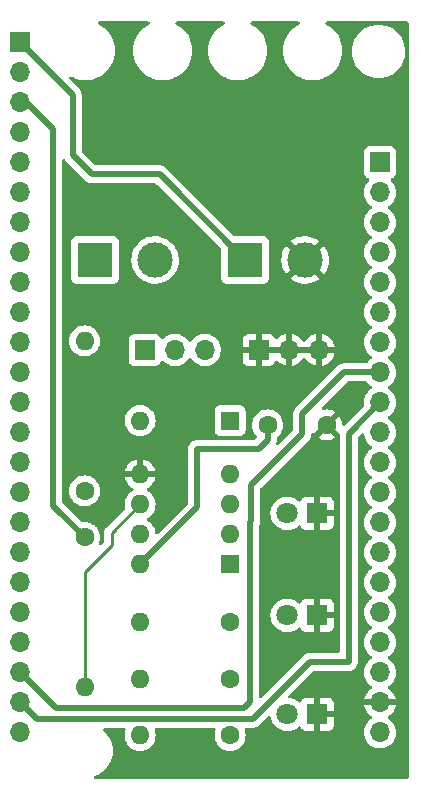
<source format=gbl>
%TF.GenerationSoftware,KiCad,Pcbnew,(6.0.5-0)*%
%TF.CreationDate,2022-05-25T22:01:54-07:00*%
%TF.ProjectId,pool-piano-synth,706f6f6c-2d70-4696-916e-6f2d73796e74,v1*%
%TF.SameCoordinates,Original*%
%TF.FileFunction,Copper,L2,Bot*%
%TF.FilePolarity,Positive*%
%FSLAX46Y46*%
G04 Gerber Fmt 4.6, Leading zero omitted, Abs format (unit mm)*
G04 Created by KiCad (PCBNEW (6.0.5-0)) date 2022-05-25 22:01:54*
%MOMM*%
%LPD*%
G01*
G04 APERTURE LIST*
%TA.AperFunction,ComponentPad*%
%ADD10R,1.700000X1.700000*%
%TD*%
%TA.AperFunction,ComponentPad*%
%ADD11O,1.700000X1.700000*%
%TD*%
%TA.AperFunction,ComponentPad*%
%ADD12R,3.000000X3.000000*%
%TD*%
%TA.AperFunction,ComponentPad*%
%ADD13C,3.000000*%
%TD*%
%TA.AperFunction,ComponentPad*%
%ADD14C,1.600000*%
%TD*%
%TA.AperFunction,ComponentPad*%
%ADD15O,1.600000X1.600000*%
%TD*%
%TA.AperFunction,ComponentPad*%
%ADD16R,1.600000X1.600000*%
%TD*%
%TA.AperFunction,ComponentPad*%
%ADD17R,1.800000X1.800000*%
%TD*%
%TA.AperFunction,ComponentPad*%
%ADD18C,1.800000*%
%TD*%
%TA.AperFunction,Conductor*%
%ADD19C,0.508000*%
%TD*%
%TA.AperFunction,Conductor*%
%ADD20C,0.254000*%
%TD*%
G04 APERTURE END LIST*
D10*
%TO.P,VCC,1,Pin_1*%
%TO.N,VCC*%
X136286000Y-84455000D03*
D11*
%TO.P,VCC,2,Pin_2*%
X138826000Y-84455000D03*
%TO.P,VCC,3,Pin_3*%
X141366000Y-84455000D03*
%TD*%
D12*
%TO.P,MIDI IN,1,Pin_1*%
%TO.N,Net-(J1-Pad1)*%
X132080000Y-76835000D03*
D13*
%TO.P,MIDI IN,2,Pin_2*%
%TO.N,Net-(D1-Pad2)*%
X137160000Y-76835000D03*
%TD*%
D14*
%TO.P,R5,1*%
%TO.N,Net-(D4-Pad2)*%
X143510000Y-117094000D03*
D15*
%TO.P,R5,2*%
%TO.N,Net-(U3-Pad28)*%
X135890000Y-117094000D03*
%TD*%
D14*
%TO.P,R2,1*%
%TO.N,+3V3*%
X131191000Y-100330000D03*
D15*
%TO.P,R2,2*%
%TO.N,Net-(R2-Pad2)*%
X131191000Y-113030000D03*
%TD*%
D14*
%TO.P,R1,1*%
%TO.N,Net-(D1-Pad1)*%
X131191000Y-96393000D03*
D15*
%TO.P,R1,2*%
%TO.N,Net-(J1-Pad1)*%
X131191000Y-83693000D03*
%TD*%
D10*
%TO.P,GND,1,Pin_1*%
%TO.N,GND*%
X145938000Y-84455000D03*
D11*
%TO.P,GND,2,Pin_2*%
X148478000Y-84455000D03*
%TO.P,GND,3,Pin_3*%
X151018000Y-84455000D03*
%TD*%
D10*
%TO.P,TEENSY,1,Pin_1*%
%TO.N,VCC*%
X125730000Y-58420000D03*
D11*
%TO.P,TEENSY,2,Pin_2*%
%TO.N,unconnected-(J4-Pad2)*%
X125730000Y-60960000D03*
%TO.P,TEENSY,3,Pin_3*%
%TO.N,+3V3*%
X125730000Y-63500000D03*
%TO.P,TEENSY,4,Pin_4*%
%TO.N,unconnected-(J4-Pad4)*%
X125730000Y-66040000D03*
%TO.P,TEENSY,5,Pin_5*%
%TO.N,unconnected-(J4-Pad5)*%
X125730000Y-68580000D03*
%TO.P,TEENSY,6,Pin_6*%
%TO.N,unconnected-(J4-Pad6)*%
X125730000Y-71120000D03*
%TO.P,TEENSY,7,Pin_7*%
%TO.N,unconnected-(J4-Pad7)*%
X125730000Y-73660000D03*
%TO.P,TEENSY,8,Pin_8*%
%TO.N,unconnected-(J4-Pad8)*%
X125730000Y-76200000D03*
%TO.P,TEENSY,9,Pin_9*%
%TO.N,unconnected-(J4-Pad9)*%
X125730000Y-78740000D03*
%TO.P,TEENSY,10,Pin_10*%
%TO.N,unconnected-(J4-Pad10)*%
X125730000Y-81280000D03*
%TO.P,TEENSY,11,Pin_11*%
%TO.N,Net-(R2-Pad2)*%
X125730000Y-83820000D03*
%TO.P,TEENSY,12,Pin_12*%
%TO.N,unconnected-(J4-Pad12)*%
X125730000Y-86360000D03*
%TO.P,TEENSY,13,Pin_13*%
%TO.N,unconnected-(J4-Pad13)*%
X125730000Y-88900000D03*
%TO.P,TEENSY,14,Pin_14*%
%TO.N,unconnected-(J4-Pad14)*%
X125730000Y-91440000D03*
%TO.P,TEENSY,15,Pin_15*%
%TO.N,unconnected-(J4-Pad15)*%
X125730000Y-93980000D03*
%TO.P,TEENSY,16,Pin_16*%
%TO.N,unconnected-(J4-Pad16)*%
X125730000Y-96520000D03*
%TO.P,TEENSY,17,Pin_17*%
%TO.N,unconnected-(J4-Pad17)*%
X125730000Y-99060000D03*
%TO.P,TEENSY,18,Pin_18*%
%TO.N,unconnected-(J4-Pad18)*%
X125730000Y-101600000D03*
%TO.P,TEENSY,19,Pin_19*%
%TO.N,Net-(U3-Pad30)*%
X125730000Y-104140000D03*
%TO.P,TEENSY,20,Pin_20*%
%TO.N,Net-(U3-Pad29)*%
X125730000Y-106680000D03*
%TO.P,TEENSY,21,Pin_21*%
%TO.N,Net-(U3-Pad28)*%
X125730000Y-109220000D03*
%TO.P,TEENSY,22,Pin_22*%
%TO.N,Net-(U2-Pad27)*%
X125730000Y-111760000D03*
%TO.P,TEENSY,23,Pin_23*%
%TO.N,Net-(U3-Pad26)*%
X125730000Y-114300000D03*
%TO.P,TEENSY,24,Pin_24*%
%TO.N,unconnected-(J4-Pad24)*%
X125730000Y-116840000D03*
%TD*%
D16*
%TO.P,D1,1,K*%
%TO.N,Net-(D1-Pad1)*%
X143510000Y-90434000D03*
D15*
%TO.P,D1,2,A*%
%TO.N,Net-(D1-Pad2)*%
X135890000Y-90434000D03*
%TD*%
D12*
%TO.P,POWER,1,Pin_1*%
%TO.N,VCC*%
X144780000Y-76835000D03*
D13*
%TO.P,POWER,2,Pin_2*%
%TO.N,GND*%
X149860000Y-76835000D03*
%TD*%
D10*
%TO.P,ESP32,1,Pin_1*%
%TO.N,unconnected-(J3-Pad1)*%
X156210000Y-68580000D03*
D11*
%TO.P,ESP32,2,Pin_2*%
%TO.N,unconnected-(J3-Pad2)*%
X156210000Y-71120000D03*
%TO.P,ESP32,3,Pin_3*%
%TO.N,unconnected-(J3-Pad3)*%
X156210000Y-73660000D03*
%TO.P,ESP32,4,Pin_4*%
%TO.N,unconnected-(J3-Pad4)*%
X156210000Y-76200000D03*
%TO.P,ESP32,5,Pin_5*%
%TO.N,unconnected-(J3-Pad5)*%
X156210000Y-78740000D03*
%TO.P,ESP32,6,Pin_6*%
%TO.N,unconnected-(J3-Pad6)*%
X156210000Y-81280000D03*
%TO.P,ESP32,7,Pin_7*%
%TO.N,unconnected-(J3-Pad7)*%
X156210000Y-83820000D03*
%TO.P,ESP32,8,Pin_8*%
%TO.N,Net-(U2-Pad27)*%
X156210000Y-86360000D03*
%TO.P,ESP32,9,Pin_9*%
%TO.N,Net-(U3-Pad26)*%
X156210000Y-88900000D03*
%TO.P,ESP32,10,Pin_10*%
%TO.N,unconnected-(J3-Pad10)*%
X156210000Y-91440000D03*
%TO.P,ESP32,11,Pin_11*%
%TO.N,unconnected-(J3-Pad11)*%
X156210000Y-93980000D03*
%TO.P,ESP32,12,Pin_12*%
%TO.N,unconnected-(J3-Pad12)*%
X156210000Y-96520000D03*
%TO.P,ESP32,13,Pin_13*%
%TO.N,unconnected-(J3-Pad13)*%
X156210000Y-99060000D03*
%TO.P,ESP32,14,Pin_14*%
%TO.N,unconnected-(J3-Pad14)*%
X156210000Y-101600000D03*
%TO.P,ESP32,15,Pin_15*%
%TO.N,unconnected-(J3-Pad15)*%
X156210000Y-104140000D03*
%TO.P,ESP32,16,Pin_16*%
%TO.N,unconnected-(J3-Pad16)*%
X156210000Y-106680000D03*
%TO.P,ESP32,17,Pin_17*%
%TO.N,unconnected-(J3-Pad17)*%
X156210000Y-109220000D03*
%TO.P,ESP32,18,Pin_18*%
%TO.N,unconnected-(J3-Pad18)*%
X156210000Y-111760000D03*
%TO.P,ESP32,19,Pin_19*%
%TO.N,GND*%
X156210000Y-114300000D03*
%TO.P,ESP32,20,Pin_20*%
%TO.N,unconnected-(J3-Pad20)*%
X156210000Y-116840000D03*
%TD*%
D17*
%TO.P,D3,1,K*%
%TO.N,GND*%
X150876000Y-106934000D03*
D18*
%TO.P,D3,2,A*%
%TO.N,Net-(D3-Pad2)*%
X148336000Y-106934000D03*
%TD*%
D16*
%TO.P,U1,1,NC*%
%TO.N,unconnected-(U1-Pad1)*%
X143510000Y-102616000D03*
D15*
%TO.P,U1,2,C1*%
%TO.N,Net-(D1-Pad1)*%
X143510000Y-100076000D03*
%TO.P,U1,3,C2*%
%TO.N,Net-(D1-Pad2)*%
X143510000Y-97536000D03*
%TO.P,U1,4,NC*%
%TO.N,unconnected-(U1-Pad4)*%
X143510000Y-94996000D03*
%TO.P,U1,5,GND*%
%TO.N,GND*%
X135890000Y-94996000D03*
%TO.P,U1,6,VO2*%
%TO.N,Net-(R2-Pad2)*%
X135890000Y-97536000D03*
%TO.P,U1,7,VO1*%
%TO.N,unconnected-(U1-Pad7)*%
X135890000Y-100076000D03*
%TO.P,U1,8,VCC*%
%TO.N,VCC*%
X135890000Y-102616000D03*
%TD*%
D17*
%TO.P,D2,1,K*%
%TO.N,GND*%
X150876000Y-98298000D03*
D18*
%TO.P,D2,2,A*%
%TO.N,Net-(D2-Pad2)*%
X148336000Y-98298000D03*
%TD*%
D14*
%TO.P,C1,1*%
%TO.N,VCC*%
X146685000Y-90805000D03*
%TO.P,C1,2*%
%TO.N,GND*%
X151685000Y-90805000D03*
%TD*%
%TO.P,R4,1*%
%TO.N,Net-(D3-Pad2)*%
X143510000Y-112278000D03*
D15*
%TO.P,R4,2*%
%TO.N,Net-(U3-Pad29)*%
X135890000Y-112278000D03*
%TD*%
D14*
%TO.P,R3,1*%
%TO.N,Net-(D2-Pad2)*%
X143510000Y-107452000D03*
D15*
%TO.P,R3,2*%
%TO.N,Net-(U3-Pad30)*%
X135890000Y-107452000D03*
%TD*%
D17*
%TO.P,D4,1,K*%
%TO.N,GND*%
X150881000Y-115316000D03*
D18*
%TO.P,D4,2,A*%
%TO.N,Net-(D4-Pad2)*%
X148341000Y-115316000D03*
%TD*%
D19*
%TO.N,VCC*%
X140716000Y-97790000D02*
X135890000Y-102616000D01*
X140716000Y-92837000D02*
X140716000Y-97790000D01*
X130175000Y-67945000D02*
X130175000Y-62865000D01*
X146685000Y-92075000D02*
X145923000Y-92837000D01*
X137541000Y-69596000D02*
X131826000Y-69596000D01*
X131826000Y-69596000D02*
X130175000Y-67945000D01*
X144780000Y-76835000D02*
X137541000Y-69596000D01*
X146685000Y-90805000D02*
X146685000Y-92075000D01*
X145923000Y-92837000D02*
X140716000Y-92837000D01*
X130175000Y-62865000D02*
X125730000Y-58420000D01*
%TO.N,+3V3*%
X131191000Y-100330000D02*
X128524000Y-97663000D01*
X126238000Y-63500000D02*
X125730000Y-63500000D01*
X128524000Y-97663000D02*
X128524000Y-65786000D01*
X128524000Y-65786000D02*
X126238000Y-63500000D01*
D20*
%TO.N,Net-(R2-Pad2)*%
X131191000Y-113030000D02*
X131191000Y-103249188D01*
X133477000Y-100963188D02*
X133477000Y-99949000D01*
X131191000Y-103249188D02*
X133477000Y-100963188D01*
X133477000Y-99949000D02*
X135890000Y-97536000D01*
D19*
%TO.N,Net-(U2-Pad27)*%
X153162000Y-86360000D02*
X149606000Y-89916000D01*
X145288000Y-95885000D02*
X145288000Y-98933000D01*
X145288000Y-98933000D02*
X145161000Y-99060000D01*
X128778000Y-114808000D02*
X125730000Y-111760000D01*
X156210000Y-86360000D02*
X153162000Y-86360000D01*
X149606000Y-89916000D02*
X149606000Y-91567000D01*
X145161000Y-99060000D02*
X145161000Y-114300000D01*
X145161000Y-114300000D02*
X144653000Y-114808000D01*
X149606000Y-91567000D02*
X145288000Y-95885000D01*
X144653000Y-114808000D02*
X128778000Y-114808000D01*
%TO.N,Net-(U3-Pad26)*%
X153543000Y-110871000D02*
X150241000Y-110871000D01*
X153543000Y-91567000D02*
X153543000Y-110871000D01*
X150241000Y-110871000D02*
X145415000Y-115697000D01*
X145415000Y-115697000D02*
X127127000Y-115697000D01*
X127127000Y-115697000D02*
X125730000Y-114300000D01*
X156210000Y-88900000D02*
X153543000Y-91567000D01*
%TD*%
%TA.AperFunction,Conductor*%
%TO.N,GND*%
G36*
X136659780Y-56662502D02*
G01*
X136706273Y-56716158D01*
X136716377Y-56786432D01*
X136686883Y-56851012D01*
X136652360Y-56878914D01*
X136544853Y-56938017D01*
X136448221Y-56991141D01*
X136192860Y-57176671D01*
X136044374Y-57316109D01*
X135971999Y-57384074D01*
X135962767Y-57392743D01*
X135761568Y-57635950D01*
X135592438Y-57902456D01*
X135590754Y-57906035D01*
X135590750Y-57906042D01*
X135464333Y-58174694D01*
X135458044Y-58188059D01*
X135360505Y-58488253D01*
X135301359Y-58798305D01*
X135283833Y-59076884D01*
X135281540Y-59113325D01*
X135301359Y-59428345D01*
X135360505Y-59738397D01*
X135458044Y-60038591D01*
X135459731Y-60042177D01*
X135459733Y-60042181D01*
X135590750Y-60320608D01*
X135590754Y-60320615D01*
X135592438Y-60324194D01*
X135761568Y-60590700D01*
X135962767Y-60833907D01*
X135965657Y-60836621D01*
X135965658Y-60836622D01*
X136001999Y-60870748D01*
X136192860Y-61049979D01*
X136196062Y-61052306D01*
X136196064Y-61052307D01*
X136248631Y-61090499D01*
X136448221Y-61235509D01*
X136451690Y-61237416D01*
X136451693Y-61237418D01*
X136688563Y-61367639D01*
X136724821Y-61387572D01*
X136728490Y-61389025D01*
X136728495Y-61389027D01*
X136912327Y-61461811D01*
X137018298Y-61503768D01*
X137324025Y-61582265D01*
X137637179Y-61621825D01*
X137952821Y-61621825D01*
X138265975Y-61582265D01*
X138571702Y-61503768D01*
X138677673Y-61461811D01*
X138861505Y-61389027D01*
X138861510Y-61389025D01*
X138865179Y-61387572D01*
X138901437Y-61367639D01*
X139138307Y-61237418D01*
X139138310Y-61237416D01*
X139141779Y-61235509D01*
X139341369Y-61090499D01*
X139393936Y-61052307D01*
X139393938Y-61052306D01*
X139397140Y-61049979D01*
X139588001Y-60870748D01*
X139624342Y-60836622D01*
X139624343Y-60836621D01*
X139627233Y-60833907D01*
X139828432Y-60590700D01*
X139997562Y-60324194D01*
X139999246Y-60320615D01*
X139999250Y-60320608D01*
X140130267Y-60042181D01*
X140130269Y-60042177D01*
X140131956Y-60038591D01*
X140229495Y-59738397D01*
X140288641Y-59428345D01*
X140308460Y-59113325D01*
X140288641Y-58798305D01*
X140229495Y-58488253D01*
X140131956Y-58188059D01*
X140125667Y-58174694D01*
X139999250Y-57906042D01*
X139999246Y-57906035D01*
X139997562Y-57902456D01*
X139828432Y-57635950D01*
X139627233Y-57392743D01*
X139618002Y-57384074D01*
X139545626Y-57316109D01*
X139397140Y-57176671D01*
X139141779Y-56991141D01*
X139045148Y-56938017D01*
X138937640Y-56878914D01*
X138887581Y-56828569D01*
X138872688Y-56759152D01*
X138897689Y-56692703D01*
X138954646Y-56650319D01*
X138998341Y-56642500D01*
X142941659Y-56642500D01*
X143009780Y-56662502D01*
X143056273Y-56716158D01*
X143066377Y-56786432D01*
X143036883Y-56851012D01*
X143002360Y-56878914D01*
X142894853Y-56938017D01*
X142798221Y-56991141D01*
X142542860Y-57176671D01*
X142394374Y-57316109D01*
X142321999Y-57384074D01*
X142312767Y-57392743D01*
X142111568Y-57635950D01*
X141942438Y-57902456D01*
X141940754Y-57906035D01*
X141940750Y-57906042D01*
X141814333Y-58174694D01*
X141808044Y-58188059D01*
X141710505Y-58488253D01*
X141651359Y-58798305D01*
X141633833Y-59076884D01*
X141631540Y-59113325D01*
X141651359Y-59428345D01*
X141710505Y-59738397D01*
X141808044Y-60038591D01*
X141809731Y-60042177D01*
X141809733Y-60042181D01*
X141940750Y-60320608D01*
X141940754Y-60320615D01*
X141942438Y-60324194D01*
X142111568Y-60590700D01*
X142312767Y-60833907D01*
X142315657Y-60836621D01*
X142315658Y-60836622D01*
X142351999Y-60870748D01*
X142542860Y-61049979D01*
X142546062Y-61052306D01*
X142546064Y-61052307D01*
X142598631Y-61090499D01*
X142798221Y-61235509D01*
X142801690Y-61237416D01*
X142801693Y-61237418D01*
X143038563Y-61367639D01*
X143074821Y-61387572D01*
X143078490Y-61389025D01*
X143078495Y-61389027D01*
X143262327Y-61461811D01*
X143368298Y-61503768D01*
X143674025Y-61582265D01*
X143987179Y-61621825D01*
X144302821Y-61621825D01*
X144615975Y-61582265D01*
X144921702Y-61503768D01*
X145027673Y-61461811D01*
X145211505Y-61389027D01*
X145211510Y-61389025D01*
X145215179Y-61387572D01*
X145251437Y-61367639D01*
X145488307Y-61237418D01*
X145488310Y-61237416D01*
X145491779Y-61235509D01*
X145691369Y-61090499D01*
X145743936Y-61052307D01*
X145743938Y-61052306D01*
X145747140Y-61049979D01*
X145938001Y-60870748D01*
X145974342Y-60836622D01*
X145974343Y-60836621D01*
X145977233Y-60833907D01*
X146178432Y-60590700D01*
X146347562Y-60324194D01*
X146349246Y-60320615D01*
X146349250Y-60320608D01*
X146480267Y-60042181D01*
X146480269Y-60042177D01*
X146481956Y-60038591D01*
X146579495Y-59738397D01*
X146638641Y-59428345D01*
X146658460Y-59113325D01*
X146638641Y-58798305D01*
X146579495Y-58488253D01*
X146481956Y-58188059D01*
X146475667Y-58174694D01*
X146349250Y-57906042D01*
X146349246Y-57906035D01*
X146347562Y-57902456D01*
X146178432Y-57635950D01*
X145977233Y-57392743D01*
X145968002Y-57384074D01*
X145895626Y-57316109D01*
X145747140Y-57176671D01*
X145491779Y-56991141D01*
X145395148Y-56938017D01*
X145287640Y-56878914D01*
X145237581Y-56828569D01*
X145222688Y-56759152D01*
X145247689Y-56692703D01*
X145304646Y-56650319D01*
X145348341Y-56642500D01*
X149291659Y-56642500D01*
X149359780Y-56662502D01*
X149406273Y-56716158D01*
X149416377Y-56786432D01*
X149386883Y-56851012D01*
X149352360Y-56878914D01*
X149244853Y-56938017D01*
X149148221Y-56991141D01*
X148892860Y-57176671D01*
X148744374Y-57316109D01*
X148671999Y-57384074D01*
X148662767Y-57392743D01*
X148461568Y-57635950D01*
X148292438Y-57902456D01*
X148290754Y-57906035D01*
X148290750Y-57906042D01*
X148164333Y-58174694D01*
X148158044Y-58188059D01*
X148060505Y-58488253D01*
X148001359Y-58798305D01*
X147983833Y-59076884D01*
X147981540Y-59113325D01*
X148001359Y-59428345D01*
X148060505Y-59738397D01*
X148158044Y-60038591D01*
X148159731Y-60042177D01*
X148159733Y-60042181D01*
X148290750Y-60320608D01*
X148290754Y-60320615D01*
X148292438Y-60324194D01*
X148461568Y-60590700D01*
X148662767Y-60833907D01*
X148665657Y-60836621D01*
X148665658Y-60836622D01*
X148701999Y-60870748D01*
X148892860Y-61049979D01*
X148896062Y-61052306D01*
X148896064Y-61052307D01*
X148948631Y-61090499D01*
X149148221Y-61235509D01*
X149151690Y-61237416D01*
X149151693Y-61237418D01*
X149388563Y-61367639D01*
X149424821Y-61387572D01*
X149428490Y-61389025D01*
X149428495Y-61389027D01*
X149612327Y-61461811D01*
X149718298Y-61503768D01*
X150024025Y-61582265D01*
X150337179Y-61621825D01*
X150652821Y-61621825D01*
X150965975Y-61582265D01*
X151271702Y-61503768D01*
X151377673Y-61461811D01*
X151561505Y-61389027D01*
X151561510Y-61389025D01*
X151565179Y-61387572D01*
X151601437Y-61367639D01*
X151838307Y-61237418D01*
X151838310Y-61237416D01*
X151841779Y-61235509D01*
X152041369Y-61090499D01*
X152093936Y-61052307D01*
X152093938Y-61052306D01*
X152097140Y-61049979D01*
X152288001Y-60870748D01*
X152324342Y-60836622D01*
X152324343Y-60836621D01*
X152327233Y-60833907D01*
X152528432Y-60590700D01*
X152697562Y-60324194D01*
X152699246Y-60320615D01*
X152699250Y-60320608D01*
X152830267Y-60042181D01*
X152830269Y-60042177D01*
X152831956Y-60038591D01*
X152929495Y-59738397D01*
X152988641Y-59428345D01*
X153004139Y-59182000D01*
X153819654Y-59182000D01*
X153819924Y-59186119D01*
X153836056Y-59432243D01*
X153839017Y-59477426D01*
X153839819Y-59481459D01*
X153839820Y-59481465D01*
X153888018Y-59723768D01*
X153896776Y-59767797D01*
X153898103Y-59771706D01*
X153898104Y-59771710D01*
X153990615Y-60044239D01*
X153991941Y-60048145D01*
X154020675Y-60106411D01*
X154109574Y-60286680D01*
X154122885Y-60313673D01*
X154125179Y-60317106D01*
X154248718Y-60501995D01*
X154287367Y-60559838D01*
X154290081Y-60562932D01*
X154290085Y-60562938D01*
X154409925Y-60699588D01*
X154482573Y-60782427D01*
X154485662Y-60785136D01*
X154702062Y-60974915D01*
X154702068Y-60974919D01*
X154705162Y-60977633D01*
X154708588Y-60979922D01*
X154708593Y-60979926D01*
X154892405Y-61102744D01*
X154951327Y-61142115D01*
X154955026Y-61143939D01*
X154955031Y-61143942D01*
X155091313Y-61211148D01*
X155216855Y-61273059D01*
X155220760Y-61274384D01*
X155220761Y-61274385D01*
X155493290Y-61366896D01*
X155493294Y-61366897D01*
X155497203Y-61368224D01*
X155501247Y-61369028D01*
X155501253Y-61369030D01*
X155783535Y-61425180D01*
X155783541Y-61425181D01*
X155787574Y-61425983D01*
X155791679Y-61426252D01*
X155791686Y-61426253D01*
X156078881Y-61445076D01*
X156083000Y-61445346D01*
X156087119Y-61445076D01*
X156374314Y-61426253D01*
X156374321Y-61426252D01*
X156378426Y-61425983D01*
X156382459Y-61425181D01*
X156382465Y-61425180D01*
X156664747Y-61369030D01*
X156664753Y-61369028D01*
X156668797Y-61368224D01*
X156672706Y-61366897D01*
X156672710Y-61366896D01*
X156945239Y-61274385D01*
X156945240Y-61274384D01*
X156949145Y-61273059D01*
X157074687Y-61211148D01*
X157210969Y-61143942D01*
X157210974Y-61143939D01*
X157214673Y-61142115D01*
X157273595Y-61102744D01*
X157457407Y-60979926D01*
X157457412Y-60979922D01*
X157460838Y-60977633D01*
X157463932Y-60974919D01*
X157463938Y-60974915D01*
X157680338Y-60785136D01*
X157683427Y-60782427D01*
X157756075Y-60699588D01*
X157875915Y-60562938D01*
X157875919Y-60562932D01*
X157878633Y-60559838D01*
X157917283Y-60501995D01*
X158040821Y-60317106D01*
X158043115Y-60313673D01*
X158056427Y-60286680D01*
X158145325Y-60106411D01*
X158174059Y-60048145D01*
X158175385Y-60044239D01*
X158267896Y-59771710D01*
X158267897Y-59771706D01*
X158269224Y-59767797D01*
X158277982Y-59723768D01*
X158326180Y-59481465D01*
X158326181Y-59481459D01*
X158326983Y-59477426D01*
X158329945Y-59432243D01*
X158346076Y-59186119D01*
X158346346Y-59182000D01*
X158341586Y-59109368D01*
X158327253Y-58890686D01*
X158327252Y-58890679D01*
X158326983Y-58886574D01*
X158323632Y-58869724D01*
X158270030Y-58600253D01*
X158270028Y-58600247D01*
X158269224Y-58596203D01*
X158174059Y-58315855D01*
X158043115Y-58050327D01*
X157944311Y-57902456D01*
X157880926Y-57807593D01*
X157880922Y-57807588D01*
X157878633Y-57804162D01*
X157875919Y-57801068D01*
X157875915Y-57801062D01*
X157686136Y-57584662D01*
X157683427Y-57581573D01*
X157619241Y-57525283D01*
X157463938Y-57389085D01*
X157463932Y-57389081D01*
X157460838Y-57386367D01*
X157457412Y-57384078D01*
X157457407Y-57384074D01*
X157218106Y-57224179D01*
X157214673Y-57221885D01*
X157210974Y-57220061D01*
X157210969Y-57220058D01*
X157017745Y-57124771D01*
X156949145Y-57090941D01*
X156882314Y-57068255D01*
X156672710Y-56997104D01*
X156672706Y-56997103D01*
X156668797Y-56995776D01*
X156664753Y-56994972D01*
X156664747Y-56994970D01*
X156382465Y-56938820D01*
X156382459Y-56938819D01*
X156378426Y-56938017D01*
X156374321Y-56937748D01*
X156374314Y-56937747D01*
X156087119Y-56918924D01*
X156083000Y-56918654D01*
X156078881Y-56918924D01*
X155791686Y-56937747D01*
X155791679Y-56937748D01*
X155787574Y-56938017D01*
X155783541Y-56938819D01*
X155783535Y-56938820D01*
X155501253Y-56994970D01*
X155501247Y-56994972D01*
X155497203Y-56995776D01*
X155493294Y-56997103D01*
X155493290Y-56997104D01*
X155283686Y-57068255D01*
X155216855Y-57090941D01*
X155148255Y-57124771D01*
X154955031Y-57220058D01*
X154955026Y-57220061D01*
X154951327Y-57221885D01*
X154947894Y-57224179D01*
X154708593Y-57384074D01*
X154708588Y-57384078D01*
X154705162Y-57386367D01*
X154702068Y-57389081D01*
X154702062Y-57389085D01*
X154546759Y-57525283D01*
X154482573Y-57581573D01*
X154479864Y-57584662D01*
X154290085Y-57801062D01*
X154290081Y-57801068D01*
X154287367Y-57804162D01*
X154285078Y-57807588D01*
X154285074Y-57807593D01*
X154221689Y-57902456D01*
X154122885Y-58050327D01*
X153991941Y-58315855D01*
X153896776Y-58596203D01*
X153895972Y-58600247D01*
X153895970Y-58600253D01*
X153842369Y-58869724D01*
X153839017Y-58886574D01*
X153838748Y-58890679D01*
X153838747Y-58890686D01*
X153824414Y-59109368D01*
X153819654Y-59182000D01*
X153004139Y-59182000D01*
X153008460Y-59113325D01*
X152988641Y-58798305D01*
X152929495Y-58488253D01*
X152831956Y-58188059D01*
X152825667Y-58174694D01*
X152699250Y-57906042D01*
X152699246Y-57906035D01*
X152697562Y-57902456D01*
X152528432Y-57635950D01*
X152327233Y-57392743D01*
X152318002Y-57384074D01*
X152245626Y-57316109D01*
X152097140Y-57176671D01*
X151841779Y-56991141D01*
X151745148Y-56938017D01*
X151637640Y-56878914D01*
X151587581Y-56828569D01*
X151572688Y-56759152D01*
X151597689Y-56692703D01*
X151654646Y-56650319D01*
X151698341Y-56642500D01*
X158496500Y-56642500D01*
X158564621Y-56662502D01*
X158611114Y-56716158D01*
X158622500Y-56768500D01*
X158622500Y-120650500D01*
X158602498Y-120718621D01*
X158548842Y-120765114D01*
X158496500Y-120776500D01*
X132082865Y-120776500D01*
X132014744Y-120756498D01*
X131968251Y-120702842D01*
X131958147Y-120632568D01*
X131987641Y-120567988D01*
X132042364Y-120531187D01*
X132180239Y-120484385D01*
X132180240Y-120484384D01*
X132184145Y-120483059D01*
X132309687Y-120421148D01*
X132445969Y-120353942D01*
X132445974Y-120353939D01*
X132449673Y-120352115D01*
X132508595Y-120312744D01*
X132692407Y-120189926D01*
X132692412Y-120189922D01*
X132695838Y-120187633D01*
X132698932Y-120184919D01*
X132698938Y-120184915D01*
X132915338Y-119995136D01*
X132918427Y-119992427D01*
X132921136Y-119989338D01*
X133110915Y-119772938D01*
X133110919Y-119772932D01*
X133113633Y-119769838D01*
X133278115Y-119523673D01*
X133409059Y-119258145D01*
X133504224Y-118977797D01*
X133561983Y-118687426D01*
X133581346Y-118392000D01*
X133577018Y-118325961D01*
X133562253Y-118100686D01*
X133562252Y-118100679D01*
X133561983Y-118096574D01*
X133556566Y-118069338D01*
X133505030Y-117810253D01*
X133505028Y-117810247D01*
X133504224Y-117806203D01*
X133476147Y-117723489D01*
X133410385Y-117529761D01*
X133410384Y-117529760D01*
X133409059Y-117525855D01*
X133320588Y-117346453D01*
X133279942Y-117264031D01*
X133279939Y-117264026D01*
X133278115Y-117260327D01*
X133189743Y-117128069D01*
X133115926Y-117017593D01*
X133115922Y-117017588D01*
X133113633Y-117014162D01*
X133110919Y-117011068D01*
X133110915Y-117011062D01*
X132921136Y-116794662D01*
X132918427Y-116791573D01*
X132791467Y-116680231D01*
X132753440Y-116620278D01*
X132753862Y-116549283D01*
X132792601Y-116489786D01*
X132857356Y-116460678D01*
X132874545Y-116459500D01*
X134544322Y-116459500D01*
X134612443Y-116479502D01*
X134658936Y-116533158D01*
X134669040Y-116603432D01*
X134659770Y-116634547D01*
X134659922Y-116634602D01*
X134658992Y-116637158D01*
X134658518Y-116638748D01*
X134658039Y-116639774D01*
X134658037Y-116639780D01*
X134655716Y-116644757D01*
X134654294Y-116650065D01*
X134654293Y-116650067D01*
X134610943Y-116811851D01*
X134596457Y-116865913D01*
X134576502Y-117094000D01*
X134596457Y-117322087D01*
X134597881Y-117327400D01*
X134597881Y-117327402D01*
X134654161Y-117537438D01*
X134655716Y-117543243D01*
X134658039Y-117548224D01*
X134658039Y-117548225D01*
X134750151Y-117745762D01*
X134750154Y-117745767D01*
X134752477Y-117750749D01*
X134793987Y-117810031D01*
X134841250Y-117877529D01*
X134883802Y-117938300D01*
X135045700Y-118100198D01*
X135050208Y-118103355D01*
X135050211Y-118103357D01*
X135112804Y-118147185D01*
X135233251Y-118231523D01*
X135238233Y-118233846D01*
X135238238Y-118233849D01*
X135435775Y-118325961D01*
X135440757Y-118328284D01*
X135446065Y-118329706D01*
X135446067Y-118329707D01*
X135656598Y-118386119D01*
X135656600Y-118386119D01*
X135661913Y-118387543D01*
X135890000Y-118407498D01*
X136118087Y-118387543D01*
X136123400Y-118386119D01*
X136123402Y-118386119D01*
X136333933Y-118329707D01*
X136333935Y-118329706D01*
X136339243Y-118328284D01*
X136344225Y-118325961D01*
X136541762Y-118233849D01*
X136541767Y-118233846D01*
X136546749Y-118231523D01*
X136667196Y-118147185D01*
X136729789Y-118103357D01*
X136729792Y-118103355D01*
X136734300Y-118100198D01*
X136896198Y-117938300D01*
X136938751Y-117877529D01*
X136986013Y-117810031D01*
X137027523Y-117750749D01*
X137029846Y-117745767D01*
X137029849Y-117745762D01*
X137121961Y-117548225D01*
X137121961Y-117548224D01*
X137124284Y-117543243D01*
X137125840Y-117537438D01*
X137182119Y-117327402D01*
X137182119Y-117327400D01*
X137183543Y-117322087D01*
X137203498Y-117094000D01*
X137183543Y-116865913D01*
X137169057Y-116811851D01*
X137125707Y-116650067D01*
X137125706Y-116650065D01*
X137124284Y-116644757D01*
X137121963Y-116639780D01*
X137121961Y-116639774D01*
X137121482Y-116638748D01*
X137121407Y-116638253D01*
X137120078Y-116634602D01*
X137120812Y-116634335D01*
X137110822Y-116568556D01*
X137139803Y-116503744D01*
X137199224Y-116464889D01*
X137235678Y-116459500D01*
X142164322Y-116459500D01*
X142232443Y-116479502D01*
X142278936Y-116533158D01*
X142289040Y-116603432D01*
X142279770Y-116634547D01*
X142279922Y-116634602D01*
X142278992Y-116637158D01*
X142278518Y-116638748D01*
X142278039Y-116639774D01*
X142278037Y-116639780D01*
X142275716Y-116644757D01*
X142274294Y-116650065D01*
X142274293Y-116650067D01*
X142230943Y-116811851D01*
X142216457Y-116865913D01*
X142196502Y-117094000D01*
X142216457Y-117322087D01*
X142217881Y-117327400D01*
X142217881Y-117327402D01*
X142274161Y-117537438D01*
X142275716Y-117543243D01*
X142278039Y-117548224D01*
X142278039Y-117548225D01*
X142370151Y-117745762D01*
X142370154Y-117745767D01*
X142372477Y-117750749D01*
X142413987Y-117810031D01*
X142461250Y-117877529D01*
X142503802Y-117938300D01*
X142665700Y-118100198D01*
X142670208Y-118103355D01*
X142670211Y-118103357D01*
X142732804Y-118147185D01*
X142853251Y-118231523D01*
X142858233Y-118233846D01*
X142858238Y-118233849D01*
X143055775Y-118325961D01*
X143060757Y-118328284D01*
X143066065Y-118329706D01*
X143066067Y-118329707D01*
X143276598Y-118386119D01*
X143276600Y-118386119D01*
X143281913Y-118387543D01*
X143510000Y-118407498D01*
X143738087Y-118387543D01*
X143743400Y-118386119D01*
X143743402Y-118386119D01*
X143953933Y-118329707D01*
X143953935Y-118329706D01*
X143959243Y-118328284D01*
X143964225Y-118325961D01*
X144161762Y-118233849D01*
X144161767Y-118233846D01*
X144166749Y-118231523D01*
X144287196Y-118147185D01*
X144349789Y-118103357D01*
X144349792Y-118103355D01*
X144354300Y-118100198D01*
X144516198Y-117938300D01*
X144558751Y-117877529D01*
X144606013Y-117810031D01*
X144647523Y-117750749D01*
X144649846Y-117745767D01*
X144649849Y-117745762D01*
X144741961Y-117548225D01*
X144741961Y-117548224D01*
X144744284Y-117543243D01*
X144745840Y-117537438D01*
X144802119Y-117327402D01*
X144802119Y-117327400D01*
X144803543Y-117322087D01*
X144823498Y-117094000D01*
X144803543Y-116865913D01*
X144789057Y-116811851D01*
X144787675Y-116806695D01*
X154847251Y-116806695D01*
X154847548Y-116811848D01*
X154847548Y-116811851D01*
X154853011Y-116906590D01*
X154860110Y-117029715D01*
X154861247Y-117034761D01*
X154861248Y-117034767D01*
X154874597Y-117094000D01*
X154909222Y-117247639D01*
X154993266Y-117454616D01*
X155109987Y-117645088D01*
X155256250Y-117813938D01*
X155428126Y-117956632D01*
X155621000Y-118069338D01*
X155829692Y-118149030D01*
X155834760Y-118150061D01*
X155834763Y-118150062D01*
X155942017Y-118171883D01*
X156048597Y-118193567D01*
X156053772Y-118193757D01*
X156053774Y-118193757D01*
X156266673Y-118201564D01*
X156266677Y-118201564D01*
X156271837Y-118201753D01*
X156276957Y-118201097D01*
X156276959Y-118201097D01*
X156488288Y-118174025D01*
X156488289Y-118174025D01*
X156493416Y-118173368D01*
X156498366Y-118171883D01*
X156702429Y-118110661D01*
X156702434Y-118110659D01*
X156707384Y-118109174D01*
X156907994Y-118010896D01*
X157089860Y-117881173D01*
X157248096Y-117723489D01*
X157307594Y-117640689D01*
X157375435Y-117546277D01*
X157378453Y-117542077D01*
X157386471Y-117525855D01*
X157475136Y-117346453D01*
X157475137Y-117346451D01*
X157477430Y-117341811D01*
X157512807Y-117225372D01*
X157540865Y-117133023D01*
X157540865Y-117133021D01*
X157542370Y-117128069D01*
X157571529Y-116906590D01*
X157573156Y-116840000D01*
X157554852Y-116617361D01*
X157500431Y-116400702D01*
X157411354Y-116195840D01*
X157290014Y-116008277D01*
X157139670Y-115843051D01*
X157135619Y-115839852D01*
X157135615Y-115839848D01*
X156968414Y-115707800D01*
X156968410Y-115707798D01*
X156964359Y-115704598D01*
X156922569Y-115681529D01*
X156872598Y-115631097D01*
X156857826Y-115561654D01*
X156882942Y-115495248D01*
X156910294Y-115468641D01*
X157085328Y-115343792D01*
X157093200Y-115337139D01*
X157244052Y-115186812D01*
X157250730Y-115178965D01*
X157375003Y-115006020D01*
X157380313Y-114997183D01*
X157474670Y-114806267D01*
X157478469Y-114796672D01*
X157540377Y-114592910D01*
X157542555Y-114582837D01*
X157543986Y-114571962D01*
X157541775Y-114557778D01*
X157528617Y-114554000D01*
X154893225Y-114554000D01*
X154879694Y-114557973D01*
X154878257Y-114567966D01*
X154908565Y-114702446D01*
X154911645Y-114712275D01*
X154991770Y-114909603D01*
X154996413Y-114918794D01*
X155107694Y-115100388D01*
X155113777Y-115108699D01*
X155253213Y-115269667D01*
X155260580Y-115276883D01*
X155424434Y-115412916D01*
X155432881Y-115418831D01*
X155501969Y-115459203D01*
X155550693Y-115510842D01*
X155563764Y-115580625D01*
X155537033Y-115646396D01*
X155496584Y-115679752D01*
X155483607Y-115686507D01*
X155479474Y-115689610D01*
X155479471Y-115689612D01*
X155407795Y-115743428D01*
X155304965Y-115820635D01*
X155150629Y-115982138D01*
X155024743Y-116166680D01*
X155009003Y-116200590D01*
X154933097Y-116364116D01*
X154930688Y-116369305D01*
X154870989Y-116584570D01*
X154847251Y-116806695D01*
X144787675Y-116806695D01*
X144745707Y-116650067D01*
X144745706Y-116650065D01*
X144744284Y-116644757D01*
X144741963Y-116639780D01*
X144741961Y-116639774D01*
X144741482Y-116638748D01*
X144741407Y-116638253D01*
X144740078Y-116634602D01*
X144740812Y-116634335D01*
X144730822Y-116568556D01*
X144759803Y-116503744D01*
X144819224Y-116464889D01*
X144855678Y-116459500D01*
X145347624Y-116459500D01*
X145366574Y-116460933D01*
X145380973Y-116463124D01*
X145380979Y-116463124D01*
X145388208Y-116464224D01*
X145395500Y-116463631D01*
X145395503Y-116463631D01*
X145441183Y-116459915D01*
X145451398Y-116459500D01*
X145459525Y-116459500D01*
X145463161Y-116459076D01*
X145463163Y-116459076D01*
X145466615Y-116458673D01*
X145487924Y-116456189D01*
X145492244Y-116455762D01*
X145565426Y-116449809D01*
X145572388Y-116447553D01*
X145578376Y-116446357D01*
X145584333Y-116444949D01*
X145591607Y-116444101D01*
X145598489Y-116441603D01*
X145598493Y-116441602D01*
X145660607Y-116419055D01*
X145664711Y-116417645D01*
X145734575Y-116395013D01*
X145740838Y-116391213D01*
X145746380Y-116388675D01*
X145751856Y-116385933D01*
X145758741Y-116383434D01*
X145820132Y-116343185D01*
X145823800Y-116340870D01*
X145886581Y-116302773D01*
X145890786Y-116299059D01*
X145890789Y-116299057D01*
X145895005Y-116295333D01*
X145895031Y-116295362D01*
X145897962Y-116292762D01*
X145901316Y-116289958D01*
X145907435Y-116285946D01*
X145960989Y-116229413D01*
X145963366Y-116226972D01*
X146731184Y-115459154D01*
X146793496Y-115425128D01*
X146864311Y-115430193D01*
X146921147Y-115472740D01*
X146943196Y-115520548D01*
X146957351Y-115583357D01*
X146992346Y-115738642D01*
X146994288Y-115743424D01*
X146994289Y-115743428D01*
X147033441Y-115839848D01*
X147079484Y-115953237D01*
X147200501Y-116150719D01*
X147352147Y-116325784D01*
X147530349Y-116473730D01*
X147730322Y-116590584D01*
X147946694Y-116673209D01*
X147951760Y-116674240D01*
X147951761Y-116674240D01*
X147981213Y-116680232D01*
X148173656Y-116719385D01*
X148304324Y-116724176D01*
X148399949Y-116727683D01*
X148399953Y-116727683D01*
X148405113Y-116727872D01*
X148410233Y-116727216D01*
X148410235Y-116727216D01*
X148509668Y-116714478D01*
X148634847Y-116698442D01*
X148639795Y-116696957D01*
X148639802Y-116696956D01*
X148851747Y-116633369D01*
X148856690Y-116631886D01*
X148861324Y-116629616D01*
X149060049Y-116532262D01*
X149060052Y-116532260D01*
X149064684Y-116529991D01*
X149253243Y-116395494D01*
X149256898Y-116391852D01*
X149256906Y-116391845D01*
X149298697Y-116350199D01*
X149361068Y-116316282D01*
X149431875Y-116321470D01*
X149488637Y-116364116D01*
X149505619Y-116395218D01*
X149527677Y-116454056D01*
X149536214Y-116469649D01*
X149612715Y-116571724D01*
X149625276Y-116584285D01*
X149727351Y-116660786D01*
X149742946Y-116669324D01*
X149863394Y-116714478D01*
X149878649Y-116718105D01*
X149929514Y-116723631D01*
X149936328Y-116724000D01*
X150608885Y-116724000D01*
X150624124Y-116719525D01*
X150625329Y-116718135D01*
X150627000Y-116710452D01*
X150627000Y-116705884D01*
X151135000Y-116705884D01*
X151139475Y-116721123D01*
X151140865Y-116722328D01*
X151148548Y-116723999D01*
X151825669Y-116723999D01*
X151832490Y-116723629D01*
X151883352Y-116718105D01*
X151898604Y-116714479D01*
X152019054Y-116669324D01*
X152034649Y-116660786D01*
X152136724Y-116584285D01*
X152149285Y-116571724D01*
X152225786Y-116469649D01*
X152234324Y-116454054D01*
X152279478Y-116333606D01*
X152283105Y-116318351D01*
X152288631Y-116267486D01*
X152289000Y-116260672D01*
X152289000Y-115588115D01*
X152284525Y-115572876D01*
X152283135Y-115571671D01*
X152275452Y-115570000D01*
X151153115Y-115570000D01*
X151137876Y-115574475D01*
X151136671Y-115575865D01*
X151135000Y-115583548D01*
X151135000Y-116705884D01*
X150627000Y-116705884D01*
X150627000Y-115043885D01*
X151135000Y-115043885D01*
X151139475Y-115059124D01*
X151140865Y-115060329D01*
X151148548Y-115062000D01*
X152270884Y-115062000D01*
X152286123Y-115057525D01*
X152287328Y-115056135D01*
X152288999Y-115048452D01*
X152288999Y-114371331D01*
X152288629Y-114364510D01*
X152283105Y-114313648D01*
X152279479Y-114298396D01*
X152234324Y-114177946D01*
X152225786Y-114162351D01*
X152149285Y-114060276D01*
X152136724Y-114047715D01*
X152034649Y-113971214D01*
X152019054Y-113962676D01*
X151898606Y-113917522D01*
X151883351Y-113913895D01*
X151832486Y-113908369D01*
X151825672Y-113908000D01*
X151153115Y-113908000D01*
X151137876Y-113912475D01*
X151136671Y-113913865D01*
X151135000Y-113921548D01*
X151135000Y-115043885D01*
X150627000Y-115043885D01*
X150627000Y-113926116D01*
X150622525Y-113910877D01*
X150621135Y-113909672D01*
X150613452Y-113908001D01*
X149936331Y-113908001D01*
X149929510Y-113908371D01*
X149878648Y-113913895D01*
X149863396Y-113917521D01*
X149742946Y-113962676D01*
X149727351Y-113971214D01*
X149625276Y-114047715D01*
X149612715Y-114060276D01*
X149536214Y-114162351D01*
X149527675Y-114177948D01*
X149506934Y-114233275D01*
X149464293Y-114290040D01*
X149397731Y-114314740D01*
X149328383Y-114299533D01*
X149305388Y-114282909D01*
X149304887Y-114282358D01*
X149191322Y-114192670D01*
X149127177Y-114142011D01*
X149127172Y-114142008D01*
X149123123Y-114138810D01*
X149118607Y-114136317D01*
X149118604Y-114136315D01*
X148924879Y-114029373D01*
X148924875Y-114029371D01*
X148920355Y-114026876D01*
X148915486Y-114025152D01*
X148915482Y-114025150D01*
X148706903Y-113951288D01*
X148706899Y-113951287D01*
X148702028Y-113949562D01*
X148696935Y-113948655D01*
X148696932Y-113948654D01*
X148570403Y-113926116D01*
X148548299Y-113922179D01*
X148484742Y-113890541D01*
X148448379Y-113829564D01*
X148450756Y-113758607D01*
X148481301Y-113709037D01*
X150519933Y-111670405D01*
X150582245Y-111636379D01*
X150609028Y-111633500D01*
X153515046Y-111633500D01*
X153522847Y-111633742D01*
X153584516Y-111637568D01*
X153591732Y-111636328D01*
X153591733Y-111636328D01*
X153608487Y-111633449D01*
X153648459Y-111626580D01*
X153655189Y-111625611D01*
X153719607Y-111618101D01*
X153726492Y-111615602D01*
X153726496Y-111615601D01*
X153728638Y-111614824D01*
X153750281Y-111609085D01*
X153752537Y-111608697D01*
X153752539Y-111608696D01*
X153759751Y-111607457D01*
X153819453Y-111582053D01*
X153825771Y-111579565D01*
X153879863Y-111559931D01*
X153879866Y-111559929D01*
X153886741Y-111557434D01*
X153892855Y-111553425D01*
X153892860Y-111553423D01*
X153894770Y-111552170D01*
X153914522Y-111541601D01*
X153923359Y-111537841D01*
X153975600Y-111499396D01*
X153981197Y-111495506D01*
X154029311Y-111463961D01*
X154035435Y-111459946D01*
X154042046Y-111452968D01*
X154058823Y-111438151D01*
X154066564Y-111432454D01*
X154108572Y-111383008D01*
X154113106Y-111377955D01*
X154157714Y-111330865D01*
X154161389Y-111324539D01*
X154161392Y-111324534D01*
X154162536Y-111322564D01*
X154175465Y-111304269D01*
X154176945Y-111302527D01*
X154181684Y-111296949D01*
X154185012Y-111290432D01*
X154185015Y-111290427D01*
X154211180Y-111239185D01*
X154214443Y-111233199D01*
X154243344Y-111183443D01*
X154247019Y-111177116D01*
X154249803Y-111167924D01*
X154258176Y-111147149D01*
X154259214Y-111145116D01*
X154259214Y-111145115D01*
X154262543Y-111138596D01*
X154277960Y-111075595D01*
X154279751Y-111069043D01*
X154298558Y-111006946D01*
X154299153Y-110997356D01*
X154302521Y-110975218D01*
X154304804Y-110965888D01*
X154305500Y-110954670D01*
X154305500Y-110898954D01*
X154305742Y-110891152D01*
X154309114Y-110836794D01*
X154309568Y-110829484D01*
X154307320Y-110816400D01*
X154305500Y-110795064D01*
X154305500Y-91935028D01*
X154325502Y-91866907D01*
X154342405Y-91845933D01*
X154644965Y-91543373D01*
X154707277Y-91509347D01*
X154778092Y-91514412D01*
X154834928Y-91556959D01*
X154857802Y-91619612D01*
X154859093Y-91619431D01*
X154859812Y-91624547D01*
X154860110Y-91629715D01*
X154861247Y-91634761D01*
X154861248Y-91634767D01*
X154872482Y-91684615D01*
X154909222Y-91847639D01*
X154946292Y-91938931D01*
X154986355Y-92037595D01*
X154993266Y-92054616D01*
X155031812Y-92117517D01*
X155087630Y-92208604D01*
X155109987Y-92245088D01*
X155256250Y-92413938D01*
X155428126Y-92556632D01*
X155449983Y-92569404D01*
X155501445Y-92599476D01*
X155550169Y-92651114D01*
X155563240Y-92720897D01*
X155536509Y-92786669D01*
X155496055Y-92820027D01*
X155483607Y-92826507D01*
X155479474Y-92829610D01*
X155479471Y-92829612D01*
X155368494Y-92912936D01*
X155304965Y-92960635D01*
X155150629Y-93122138D01*
X155024743Y-93306680D01*
X155009003Y-93340590D01*
X154943367Y-93481991D01*
X154930688Y-93509305D01*
X154870989Y-93724570D01*
X154847251Y-93946695D01*
X154847548Y-93951848D01*
X154847548Y-93951851D01*
X154853011Y-94046590D01*
X154860110Y-94169715D01*
X154861247Y-94174761D01*
X154861248Y-94174767D01*
X154881119Y-94262939D01*
X154909222Y-94387639D01*
X154947461Y-94481811D01*
X154971880Y-94541947D01*
X154993266Y-94594616D01*
X154995965Y-94599020D01*
X155081499Y-94738599D01*
X155109987Y-94785088D01*
X155256250Y-94953938D01*
X155428126Y-95096632D01*
X155498595Y-95137811D01*
X155501445Y-95139476D01*
X155550169Y-95191114D01*
X155563240Y-95260897D01*
X155536509Y-95326669D01*
X155496055Y-95360027D01*
X155483607Y-95366507D01*
X155479474Y-95369610D01*
X155479471Y-95369612D01*
X155309100Y-95497530D01*
X155304965Y-95500635D01*
X155150629Y-95662138D01*
X155147715Y-95666410D01*
X155147714Y-95666411D01*
X155096671Y-95741238D01*
X155024743Y-95846680D01*
X155009003Y-95880590D01*
X154943756Y-96021153D01*
X154930688Y-96049305D01*
X154870989Y-96264570D01*
X154847251Y-96486695D01*
X154847548Y-96491848D01*
X154847548Y-96491851D01*
X154853011Y-96586590D01*
X154860110Y-96709715D01*
X154861247Y-96714761D01*
X154861248Y-96714767D01*
X154881119Y-96802939D01*
X154909222Y-96927639D01*
X154993266Y-97134616D01*
X155042694Y-97215275D01*
X155083297Y-97281533D01*
X155109987Y-97325088D01*
X155256250Y-97493938D01*
X155428126Y-97636632D01*
X155498595Y-97677811D01*
X155501445Y-97679476D01*
X155550169Y-97731114D01*
X155563240Y-97800897D01*
X155536509Y-97866669D01*
X155496055Y-97900027D01*
X155483607Y-97906507D01*
X155479474Y-97909610D01*
X155479471Y-97909612D01*
X155309100Y-98037530D01*
X155304965Y-98040635D01*
X155150629Y-98202138D01*
X155024743Y-98386680D01*
X155009003Y-98420590D01*
X154939596Y-98570115D01*
X154930688Y-98589305D01*
X154870989Y-98804570D01*
X154847251Y-99026695D01*
X154847548Y-99031848D01*
X154847548Y-99031851D01*
X154856524Y-99187519D01*
X154860110Y-99249715D01*
X154861247Y-99254761D01*
X154861248Y-99254767D01*
X154879660Y-99336465D01*
X154909222Y-99467639D01*
X154965751Y-99606855D01*
X154988814Y-99663651D01*
X154993266Y-99674616D01*
X155109987Y-99865088D01*
X155256250Y-100033938D01*
X155428126Y-100176632D01*
X155461786Y-100196301D01*
X155501445Y-100219476D01*
X155550169Y-100271114D01*
X155563240Y-100340897D01*
X155536509Y-100406669D01*
X155496055Y-100440027D01*
X155483607Y-100446507D01*
X155479474Y-100449610D01*
X155479471Y-100449612D01*
X155334996Y-100558087D01*
X155304965Y-100580635D01*
X155150629Y-100742138D01*
X155024743Y-100926680D01*
X154989125Y-101003412D01*
X154948921Y-101090026D01*
X154930688Y-101129305D01*
X154870989Y-101344570D01*
X154847251Y-101566695D01*
X154847548Y-101571848D01*
X154847548Y-101571851D01*
X154858654Y-101764469D01*
X154860110Y-101789715D01*
X154861247Y-101794761D01*
X154861248Y-101794767D01*
X154881119Y-101882939D01*
X154909222Y-102007639D01*
X154993266Y-102214616D01*
X154995965Y-102219020D01*
X155099935Y-102388684D01*
X155109987Y-102405088D01*
X155256250Y-102573938D01*
X155428126Y-102716632D01*
X155474855Y-102743938D01*
X155501445Y-102759476D01*
X155550169Y-102811114D01*
X155563240Y-102880897D01*
X155536509Y-102946669D01*
X155496055Y-102980027D01*
X155483607Y-102986507D01*
X155479474Y-102989610D01*
X155479471Y-102989612D01*
X155371765Y-103070480D01*
X155304965Y-103120635D01*
X155150629Y-103282138D01*
X155024743Y-103466680D01*
X155010906Y-103496489D01*
X154933752Y-103662705D01*
X154930688Y-103669305D01*
X154870989Y-103884570D01*
X154847251Y-104106695D01*
X154847548Y-104111848D01*
X154847548Y-104111851D01*
X154853011Y-104206590D01*
X154860110Y-104329715D01*
X154861247Y-104334761D01*
X154861248Y-104334767D01*
X154881119Y-104422939D01*
X154909222Y-104547639D01*
X154993266Y-104754616D01*
X155109987Y-104945088D01*
X155256250Y-105113938D01*
X155428126Y-105256632D01*
X155498595Y-105297811D01*
X155501445Y-105299476D01*
X155550169Y-105351114D01*
X155563240Y-105420897D01*
X155536509Y-105486669D01*
X155496055Y-105520027D01*
X155483607Y-105526507D01*
X155479474Y-105529610D01*
X155479471Y-105529612D01*
X155325954Y-105644876D01*
X155304965Y-105660635D01*
X155288107Y-105678276D01*
X155233267Y-105735663D01*
X155150629Y-105822138D01*
X155024743Y-106006680D01*
X154994578Y-106071665D01*
X154963554Y-106138502D01*
X154930688Y-106209305D01*
X154870989Y-106424570D01*
X154847251Y-106646695D01*
X154847548Y-106651848D01*
X154847548Y-106651851D01*
X154856104Y-106800238D01*
X154860110Y-106869715D01*
X154861247Y-106874761D01*
X154861248Y-106874767D01*
X154866815Y-106899469D01*
X154909222Y-107087639D01*
X154993266Y-107294616D01*
X155034208Y-107361428D01*
X155086356Y-107446525D01*
X155109987Y-107485088D01*
X155256250Y-107653938D01*
X155428126Y-107796632D01*
X155498595Y-107837811D01*
X155501445Y-107839476D01*
X155550169Y-107891114D01*
X155563240Y-107960897D01*
X155536509Y-108026669D01*
X155496055Y-108060027D01*
X155483607Y-108066507D01*
X155479474Y-108069610D01*
X155479471Y-108069612D01*
X155319497Y-108189724D01*
X155304965Y-108200635D01*
X155301393Y-108204373D01*
X155174284Y-108337385D01*
X155150629Y-108362138D01*
X155147715Y-108366410D01*
X155147714Y-108366411D01*
X155087760Y-108454301D01*
X155024743Y-108546680D01*
X154994215Y-108612447D01*
X154961020Y-108683961D01*
X154930688Y-108749305D01*
X154870989Y-108964570D01*
X154847251Y-109186695D01*
X154847548Y-109191848D01*
X154847548Y-109191851D01*
X154853011Y-109286590D01*
X154860110Y-109409715D01*
X154861247Y-109414761D01*
X154861248Y-109414767D01*
X154881119Y-109502939D01*
X154909222Y-109627639D01*
X154993266Y-109834616D01*
X155109987Y-110025088D01*
X155256250Y-110193938D01*
X155428126Y-110336632D01*
X155435649Y-110341028D01*
X155501445Y-110379476D01*
X155550169Y-110431114D01*
X155563240Y-110500897D01*
X155536509Y-110566669D01*
X155496055Y-110600027D01*
X155483607Y-110606507D01*
X155479474Y-110609610D01*
X155479471Y-110609612D01*
X155455247Y-110627800D01*
X155304965Y-110740635D01*
X155301393Y-110744373D01*
X155157400Y-110895053D01*
X155150629Y-110902138D01*
X155147715Y-110906410D01*
X155147714Y-110906411D01*
X155094475Y-110984457D01*
X155024743Y-111086680D01*
X154998306Y-111143634D01*
X154937004Y-111275699D01*
X154930688Y-111289305D01*
X154870989Y-111504570D01*
X154847251Y-111726695D01*
X154847548Y-111731848D01*
X154847548Y-111731851D01*
X154856098Y-111880128D01*
X154860110Y-111949715D01*
X154861247Y-111954761D01*
X154861248Y-111954767D01*
X154876806Y-112023802D01*
X154909222Y-112167639D01*
X154993266Y-112374616D01*
X155109987Y-112565088D01*
X155256250Y-112733938D01*
X155428126Y-112876632D01*
X155501445Y-112919476D01*
X155501955Y-112919774D01*
X155550679Y-112971412D01*
X155563750Y-113041195D01*
X155537019Y-113106967D01*
X155496562Y-113140327D01*
X155488457Y-113144546D01*
X155479738Y-113150036D01*
X155309433Y-113277905D01*
X155301726Y-113284748D01*
X155154590Y-113438717D01*
X155148104Y-113446727D01*
X155028098Y-113622649D01*
X155023000Y-113631623D01*
X154933338Y-113824783D01*
X154929775Y-113834470D01*
X154874389Y-114034183D01*
X154875912Y-114042607D01*
X154888292Y-114046000D01*
X157528344Y-114046000D01*
X157541875Y-114042027D01*
X157543180Y-114032947D01*
X157501214Y-113865875D01*
X157497894Y-113856124D01*
X157412972Y-113660814D01*
X157408105Y-113651739D01*
X157292426Y-113472926D01*
X157286136Y-113464757D01*
X157142806Y-113307240D01*
X157135273Y-113300215D01*
X156968139Y-113168222D01*
X156959556Y-113162520D01*
X156922602Y-113142120D01*
X156872631Y-113091687D01*
X156857859Y-113022245D01*
X156882975Y-112955839D01*
X156910327Y-112929232D01*
X156933797Y-112912491D01*
X157089860Y-112801173D01*
X157248096Y-112643489D01*
X157307594Y-112560689D01*
X157375435Y-112466277D01*
X157378453Y-112462077D01*
X157422354Y-112373251D01*
X157475136Y-112266453D01*
X157475137Y-112266451D01*
X157477430Y-112261811D01*
X157542370Y-112048069D01*
X157571529Y-111826590D01*
X157573156Y-111760000D01*
X157554852Y-111537361D01*
X157500431Y-111320702D01*
X157411354Y-111115840D01*
X157363774Y-111042293D01*
X157292822Y-110932617D01*
X157292820Y-110932614D01*
X157290014Y-110928277D01*
X157139670Y-110763051D01*
X157135619Y-110759852D01*
X157135615Y-110759848D01*
X156968414Y-110627800D01*
X156968410Y-110627798D01*
X156964359Y-110624598D01*
X156923053Y-110601796D01*
X156873084Y-110551364D01*
X156858312Y-110481921D01*
X156883428Y-110415516D01*
X156910780Y-110388909D01*
X156979627Y-110339801D01*
X157089860Y-110261173D01*
X157248096Y-110103489D01*
X157307594Y-110020689D01*
X157375435Y-109926277D01*
X157378453Y-109922077D01*
X157477430Y-109721811D01*
X157542370Y-109508069D01*
X157571529Y-109286590D01*
X157573156Y-109220000D01*
X157554852Y-108997361D01*
X157500431Y-108780702D01*
X157411354Y-108575840D01*
X157290014Y-108388277D01*
X157139670Y-108223051D01*
X157135619Y-108219852D01*
X157135615Y-108219848D01*
X156968414Y-108087800D01*
X156968410Y-108087798D01*
X156964359Y-108084598D01*
X156923053Y-108061796D01*
X156873084Y-108011364D01*
X156858312Y-107941921D01*
X156883428Y-107875516D01*
X156910780Y-107848909D01*
X156954603Y-107817650D01*
X157089860Y-107721173D01*
X157149324Y-107661917D01*
X157244435Y-107567137D01*
X157248096Y-107563489D01*
X157307594Y-107480689D01*
X157375435Y-107386277D01*
X157378453Y-107382077D01*
X157388659Y-107361428D01*
X157475136Y-107186453D01*
X157475137Y-107186451D01*
X157477430Y-107181811D01*
X157542370Y-106968069D01*
X157571529Y-106746590D01*
X157573156Y-106680000D01*
X157554852Y-106457361D01*
X157500431Y-106240702D01*
X157411354Y-106035840D01*
X157334082Y-105916396D01*
X157292822Y-105852617D01*
X157292820Y-105852614D01*
X157290014Y-105848277D01*
X157139670Y-105683051D01*
X157135619Y-105679852D01*
X157135615Y-105679848D01*
X156968414Y-105547800D01*
X156968410Y-105547798D01*
X156964359Y-105544598D01*
X156923053Y-105521796D01*
X156873084Y-105471364D01*
X156858312Y-105401921D01*
X156883428Y-105335516D01*
X156910780Y-105308909D01*
X156954603Y-105277650D01*
X157089860Y-105181173D01*
X157248096Y-105023489D01*
X157307594Y-104940689D01*
X157375435Y-104846277D01*
X157378453Y-104842077D01*
X157477430Y-104641811D01*
X157542370Y-104428069D01*
X157571529Y-104206590D01*
X157573156Y-104140000D01*
X157554852Y-103917361D01*
X157500431Y-103700702D01*
X157411354Y-103495840D01*
X157290014Y-103308277D01*
X157139670Y-103143051D01*
X157135619Y-103139852D01*
X157135615Y-103139848D01*
X156968414Y-103007800D01*
X156968410Y-103007798D01*
X156964359Y-103004598D01*
X156923053Y-102981796D01*
X156873084Y-102931364D01*
X156858312Y-102861921D01*
X156883428Y-102795516D01*
X156910780Y-102768909D01*
X156954603Y-102737650D01*
X157089860Y-102641173D01*
X157248096Y-102483489D01*
X157307594Y-102400689D01*
X157375435Y-102306277D01*
X157378453Y-102302077D01*
X157477430Y-102101811D01*
X157542370Y-101888069D01*
X157571529Y-101666590D01*
X157573156Y-101600000D01*
X157554852Y-101377361D01*
X157500431Y-101160702D01*
X157411354Y-100955840D01*
X157328516Y-100827792D01*
X157292822Y-100772617D01*
X157292820Y-100772614D01*
X157290014Y-100768277D01*
X157139670Y-100603051D01*
X157135619Y-100599852D01*
X157135615Y-100599848D01*
X156968414Y-100467800D01*
X156968410Y-100467798D01*
X156964359Y-100464598D01*
X156923053Y-100441796D01*
X156873084Y-100391364D01*
X156858312Y-100321921D01*
X156883428Y-100255516D01*
X156910780Y-100228909D01*
X156956495Y-100196301D01*
X157089860Y-100101173D01*
X157118923Y-100072212D01*
X157218425Y-99973056D01*
X157248096Y-99943489D01*
X157252924Y-99936771D01*
X157375435Y-99766277D01*
X157378453Y-99762077D01*
X157404579Y-99709216D01*
X157475136Y-99566453D01*
X157475137Y-99566451D01*
X157477430Y-99561811D01*
X157537926Y-99362697D01*
X157540865Y-99353023D01*
X157540865Y-99353021D01*
X157542370Y-99348069D01*
X157571529Y-99126590D01*
X157572227Y-99098039D01*
X157573074Y-99063365D01*
X157573074Y-99063361D01*
X157573156Y-99060000D01*
X157554852Y-98837361D01*
X157500431Y-98620702D01*
X157411354Y-98415840D01*
X157338632Y-98303429D01*
X157292822Y-98232617D01*
X157292820Y-98232614D01*
X157290014Y-98228277D01*
X157139670Y-98063051D01*
X157135619Y-98059852D01*
X157135615Y-98059848D01*
X156968414Y-97927800D01*
X156968410Y-97927798D01*
X156964359Y-97924598D01*
X156923053Y-97901796D01*
X156873084Y-97851364D01*
X156858312Y-97781921D01*
X156883428Y-97715516D01*
X156910780Y-97688909D01*
X156974437Y-97643503D01*
X157089860Y-97561173D01*
X157140142Y-97511067D01*
X157244435Y-97407137D01*
X157248096Y-97403489D01*
X157251180Y-97399198D01*
X157375435Y-97226277D01*
X157378453Y-97222077D01*
X157416868Y-97144351D01*
X157475136Y-97026453D01*
X157475137Y-97026451D01*
X157477430Y-97021811D01*
X157522113Y-96874743D01*
X157540865Y-96813023D01*
X157540865Y-96813021D01*
X157542370Y-96808069D01*
X157571529Y-96586590D01*
X157573156Y-96520000D01*
X157554852Y-96297361D01*
X157500431Y-96080702D01*
X157411354Y-95875840D01*
X157321050Y-95736251D01*
X157292822Y-95692617D01*
X157292820Y-95692614D01*
X157290014Y-95688277D01*
X157139670Y-95523051D01*
X157135619Y-95519852D01*
X157135615Y-95519848D01*
X156968414Y-95387800D01*
X156968410Y-95387798D01*
X156964359Y-95384598D01*
X156923053Y-95361796D01*
X156873084Y-95311364D01*
X156858312Y-95241921D01*
X156883428Y-95175516D01*
X156910780Y-95148909D01*
X156980109Y-95099457D01*
X157089860Y-95021173D01*
X157248096Y-94863489D01*
X157307594Y-94780689D01*
X157375435Y-94686277D01*
X157378453Y-94682077D01*
X157477430Y-94481811D01*
X157542370Y-94268069D01*
X157571529Y-94046590D01*
X157573156Y-93980000D01*
X157554852Y-93757361D01*
X157500431Y-93540702D01*
X157411354Y-93335840D01*
X157290014Y-93148277D01*
X157139670Y-92983051D01*
X157135619Y-92979852D01*
X157135615Y-92979848D01*
X156968414Y-92847800D01*
X156968410Y-92847798D01*
X156964359Y-92844598D01*
X156923053Y-92821796D01*
X156873084Y-92771364D01*
X156858312Y-92701921D01*
X156883428Y-92635516D01*
X156910780Y-92608909D01*
X156978155Y-92560851D01*
X157089860Y-92481173D01*
X157096255Y-92474801D01*
X157242047Y-92329517D01*
X157248096Y-92323489D01*
X157257678Y-92310155D01*
X157375435Y-92146277D01*
X157378453Y-92142077D01*
X157383041Y-92132795D01*
X157475136Y-91946453D01*
X157475137Y-91946451D01*
X157477430Y-91941811D01*
X157542370Y-91728069D01*
X157571529Y-91506590D01*
X157571611Y-91503240D01*
X157573074Y-91443365D01*
X157573074Y-91443357D01*
X157573156Y-91440000D01*
X157554852Y-91217361D01*
X157500431Y-91000702D01*
X157411354Y-90795840D01*
X157290014Y-90608277D01*
X157139670Y-90443051D01*
X157135619Y-90439852D01*
X157135615Y-90439848D01*
X156968414Y-90307800D01*
X156968410Y-90307798D01*
X156964359Y-90304598D01*
X156923053Y-90281796D01*
X156873084Y-90231364D01*
X156858312Y-90161921D01*
X156883428Y-90095516D01*
X156910780Y-90068909D01*
X156954603Y-90037650D01*
X157089860Y-89941173D01*
X157248096Y-89783489D01*
X157252579Y-89777251D01*
X157375435Y-89606277D01*
X157378453Y-89602077D01*
X157392805Y-89573039D01*
X157475136Y-89406453D01*
X157475137Y-89406451D01*
X157477430Y-89401811D01*
X157542370Y-89188069D01*
X157571529Y-88966590D01*
X157573156Y-88900000D01*
X157554852Y-88677361D01*
X157500431Y-88460702D01*
X157411354Y-88255840D01*
X157290014Y-88068277D01*
X157139670Y-87903051D01*
X157135619Y-87899852D01*
X157135615Y-87899848D01*
X156968414Y-87767800D01*
X156968410Y-87767798D01*
X156964359Y-87764598D01*
X156923053Y-87741796D01*
X156873084Y-87691364D01*
X156858312Y-87621921D01*
X156883428Y-87555516D01*
X156910780Y-87528909D01*
X156954603Y-87497650D01*
X157089860Y-87401173D01*
X157248096Y-87243489D01*
X157307594Y-87160689D01*
X157375435Y-87066277D01*
X157378453Y-87062077D01*
X157477430Y-86861811D01*
X157542370Y-86648069D01*
X157571529Y-86426590D01*
X157573156Y-86360000D01*
X157554852Y-86137361D01*
X157500431Y-85920702D01*
X157411354Y-85715840D01*
X157346373Y-85615395D01*
X157292822Y-85532617D01*
X157292820Y-85532614D01*
X157290014Y-85528277D01*
X157139670Y-85363051D01*
X157135619Y-85359852D01*
X157135615Y-85359848D01*
X156968414Y-85227800D01*
X156968410Y-85227798D01*
X156964359Y-85224598D01*
X156923053Y-85201796D01*
X156873084Y-85151364D01*
X156858312Y-85081921D01*
X156883428Y-85015516D01*
X156910780Y-84988909D01*
X156975591Y-84942680D01*
X157089860Y-84861173D01*
X157248096Y-84703489D01*
X157251180Y-84699198D01*
X157375435Y-84526277D01*
X157378453Y-84522077D01*
X157411605Y-84455000D01*
X157475136Y-84326453D01*
X157475137Y-84326451D01*
X157477430Y-84321811D01*
X157519639Y-84182885D01*
X157540865Y-84113023D01*
X157540865Y-84113021D01*
X157542370Y-84108069D01*
X157571529Y-83886590D01*
X157573156Y-83820000D01*
X157554852Y-83597361D01*
X157500431Y-83380702D01*
X157411354Y-83175840D01*
X157321050Y-83036251D01*
X157292822Y-82992617D01*
X157292820Y-82992614D01*
X157290014Y-82988277D01*
X157139670Y-82823051D01*
X157135619Y-82819852D01*
X157135615Y-82819848D01*
X156968414Y-82687800D01*
X156968410Y-82687798D01*
X156964359Y-82684598D01*
X156923053Y-82661796D01*
X156873084Y-82611364D01*
X156858312Y-82541921D01*
X156883428Y-82475516D01*
X156910780Y-82448909D01*
X156980109Y-82399457D01*
X157089860Y-82321173D01*
X157248096Y-82163489D01*
X157307594Y-82080689D01*
X157375435Y-81986277D01*
X157378453Y-81982077D01*
X157477430Y-81781811D01*
X157542370Y-81568069D01*
X157571529Y-81346590D01*
X157573156Y-81280000D01*
X157554852Y-81057361D01*
X157500431Y-80840702D01*
X157411354Y-80635840D01*
X157290014Y-80448277D01*
X157139670Y-80283051D01*
X157135619Y-80279852D01*
X157135615Y-80279848D01*
X156968414Y-80147800D01*
X156968410Y-80147798D01*
X156964359Y-80144598D01*
X156923053Y-80121796D01*
X156873084Y-80071364D01*
X156858312Y-80001921D01*
X156883428Y-79935516D01*
X156910780Y-79908909D01*
X156954603Y-79877650D01*
X157089860Y-79781173D01*
X157248096Y-79623489D01*
X157307594Y-79540689D01*
X157375435Y-79446277D01*
X157378453Y-79442077D01*
X157477430Y-79241811D01*
X157542370Y-79028069D01*
X157571529Y-78806590D01*
X157571739Y-78798002D01*
X157573074Y-78743365D01*
X157573074Y-78743361D01*
X157573156Y-78740000D01*
X157554852Y-78517361D01*
X157500431Y-78300702D01*
X157411354Y-78095840D01*
X157371906Y-78034862D01*
X157292822Y-77912617D01*
X157292820Y-77912614D01*
X157290014Y-77908277D01*
X157139670Y-77743051D01*
X157135619Y-77739852D01*
X157135615Y-77739848D01*
X156968414Y-77607800D01*
X156968410Y-77607798D01*
X156964359Y-77604598D01*
X156923053Y-77581796D01*
X156873084Y-77531364D01*
X156858312Y-77461921D01*
X156883428Y-77395516D01*
X156910780Y-77368909D01*
X156954603Y-77337650D01*
X157089860Y-77241173D01*
X157248096Y-77083489D01*
X157307594Y-77000689D01*
X157375435Y-76906277D01*
X157378453Y-76902077D01*
X157389549Y-76879627D01*
X157475136Y-76706453D01*
X157475137Y-76706451D01*
X157477430Y-76701811D01*
X157542370Y-76488069D01*
X157571529Y-76266590D01*
X157573156Y-76200000D01*
X157554852Y-75977361D01*
X157500431Y-75760702D01*
X157411354Y-75555840D01*
X157290014Y-75368277D01*
X157139670Y-75203051D01*
X157135619Y-75199852D01*
X157135615Y-75199848D01*
X156968414Y-75067800D01*
X156968410Y-75067798D01*
X156964359Y-75064598D01*
X156923053Y-75041796D01*
X156873084Y-74991364D01*
X156858312Y-74921921D01*
X156883428Y-74855516D01*
X156910780Y-74828909D01*
X156965896Y-74789595D01*
X157089860Y-74701173D01*
X157248096Y-74543489D01*
X157307594Y-74460689D01*
X157375435Y-74366277D01*
X157378453Y-74362077D01*
X157477430Y-74161811D01*
X157542370Y-73948069D01*
X157571529Y-73726590D01*
X157573156Y-73660000D01*
X157554852Y-73437361D01*
X157500431Y-73220702D01*
X157411354Y-73015840D01*
X157290014Y-72828277D01*
X157139670Y-72663051D01*
X157135619Y-72659852D01*
X157135615Y-72659848D01*
X156968414Y-72527800D01*
X156968410Y-72527798D01*
X156964359Y-72524598D01*
X156923053Y-72501796D01*
X156873084Y-72451364D01*
X156858312Y-72381921D01*
X156883428Y-72315516D01*
X156910780Y-72288909D01*
X156954603Y-72257650D01*
X157089860Y-72161173D01*
X157248096Y-72003489D01*
X157307594Y-71920689D01*
X157375435Y-71826277D01*
X157378453Y-71822077D01*
X157477430Y-71621811D01*
X157542370Y-71408069D01*
X157571529Y-71186590D01*
X157573156Y-71120000D01*
X157554852Y-70897361D01*
X157500431Y-70680702D01*
X157411354Y-70475840D01*
X157336836Y-70360652D01*
X157292822Y-70292617D01*
X157292820Y-70292614D01*
X157290014Y-70288277D01*
X157286532Y-70284450D01*
X157142798Y-70126488D01*
X157111746Y-70062642D01*
X157120141Y-69992143D01*
X157165317Y-69937375D01*
X157191761Y-69923706D01*
X157298297Y-69883767D01*
X157306705Y-69880615D01*
X157423261Y-69793261D01*
X157510615Y-69676705D01*
X157561745Y-69540316D01*
X157568500Y-69478134D01*
X157568500Y-67681866D01*
X157561745Y-67619684D01*
X157510615Y-67483295D01*
X157423261Y-67366739D01*
X157306705Y-67279385D01*
X157170316Y-67228255D01*
X157108134Y-67221500D01*
X155311866Y-67221500D01*
X155249684Y-67228255D01*
X155113295Y-67279385D01*
X154996739Y-67366739D01*
X154909385Y-67483295D01*
X154858255Y-67619684D01*
X154851500Y-67681866D01*
X154851500Y-69478134D01*
X154858255Y-69540316D01*
X154909385Y-69676705D01*
X154996739Y-69793261D01*
X155113295Y-69880615D01*
X155121704Y-69883767D01*
X155121705Y-69883768D01*
X155230451Y-69924535D01*
X155287216Y-69967176D01*
X155311916Y-70033738D01*
X155296709Y-70103087D01*
X155277316Y-70129568D01*
X155160070Y-70252259D01*
X155150629Y-70262138D01*
X155147715Y-70266410D01*
X155147714Y-70266411D01*
X155097625Y-70339839D01*
X155024743Y-70446680D01*
X154930688Y-70649305D01*
X154870989Y-70864570D01*
X154847251Y-71086695D01*
X154847548Y-71091848D01*
X154847548Y-71091851D01*
X154853011Y-71186590D01*
X154860110Y-71309715D01*
X154861247Y-71314761D01*
X154861248Y-71314767D01*
X154881119Y-71402939D01*
X154909222Y-71527639D01*
X154993266Y-71734616D01*
X155109987Y-71925088D01*
X155256250Y-72093938D01*
X155428126Y-72236632D01*
X155498595Y-72277811D01*
X155501445Y-72279476D01*
X155550169Y-72331114D01*
X155563240Y-72400897D01*
X155536509Y-72466669D01*
X155496055Y-72500027D01*
X155483607Y-72506507D01*
X155479474Y-72509610D01*
X155479471Y-72509612D01*
X155455247Y-72527800D01*
X155304965Y-72640635D01*
X155150629Y-72802138D01*
X155024743Y-72986680D01*
X154930688Y-73189305D01*
X154870989Y-73404570D01*
X154847251Y-73626695D01*
X154847548Y-73631848D01*
X154847548Y-73631851D01*
X154853011Y-73726590D01*
X154860110Y-73849715D01*
X154861247Y-73854761D01*
X154861248Y-73854767D01*
X154881119Y-73942939D01*
X154909222Y-74067639D01*
X154993266Y-74274616D01*
X155109987Y-74465088D01*
X155256250Y-74633938D01*
X155428126Y-74776632D01*
X155450310Y-74789595D01*
X155501445Y-74819476D01*
X155550169Y-74871114D01*
X155563240Y-74940897D01*
X155536509Y-75006669D01*
X155496055Y-75040027D01*
X155489501Y-75043439D01*
X155483607Y-75046507D01*
X155479474Y-75049610D01*
X155479471Y-75049612D01*
X155416752Y-75096703D01*
X155304965Y-75180635D01*
X155150629Y-75342138D01*
X155147715Y-75346410D01*
X155147714Y-75346411D01*
X155135404Y-75364457D01*
X155024743Y-75526680D01*
X154930688Y-75729305D01*
X154870989Y-75944570D01*
X154847251Y-76166695D01*
X154847548Y-76171848D01*
X154847548Y-76171851D01*
X154859812Y-76384547D01*
X154860110Y-76389715D01*
X154861247Y-76394761D01*
X154861248Y-76394767D01*
X154876621Y-76462978D01*
X154909222Y-76607639D01*
X154993266Y-76814616D01*
X155109987Y-77005088D01*
X155256250Y-77173938D01*
X155428126Y-77316632D01*
X155488176Y-77351722D01*
X155501445Y-77359476D01*
X155550169Y-77411114D01*
X155563240Y-77480897D01*
X155536509Y-77546669D01*
X155496055Y-77580027D01*
X155483607Y-77586507D01*
X155479474Y-77589610D01*
X155479471Y-77589612D01*
X155309100Y-77717530D01*
X155304965Y-77720635D01*
X155301393Y-77724373D01*
X155168599Y-77863334D01*
X155150629Y-77882138D01*
X155147715Y-77886410D01*
X155147714Y-77886411D01*
X155129838Y-77912617D01*
X155024743Y-78066680D01*
X154930688Y-78269305D01*
X154870989Y-78484570D01*
X154847251Y-78706695D01*
X154847548Y-78711848D01*
X154847548Y-78711851D01*
X154855002Y-78841132D01*
X154860110Y-78929715D01*
X154861247Y-78934761D01*
X154861248Y-78934767D01*
X154881119Y-79022939D01*
X154909222Y-79147639D01*
X154993266Y-79354616D01*
X155109987Y-79545088D01*
X155256250Y-79713938D01*
X155428126Y-79856632D01*
X155498595Y-79897811D01*
X155501445Y-79899476D01*
X155550169Y-79951114D01*
X155563240Y-80020897D01*
X155536509Y-80086669D01*
X155496055Y-80120027D01*
X155483607Y-80126507D01*
X155479474Y-80129610D01*
X155479471Y-80129612D01*
X155455247Y-80147800D01*
X155304965Y-80260635D01*
X155150629Y-80422138D01*
X155024743Y-80606680D01*
X154930688Y-80809305D01*
X154870989Y-81024570D01*
X154847251Y-81246695D01*
X154847548Y-81251848D01*
X154847548Y-81251851D01*
X154853011Y-81346590D01*
X154860110Y-81469715D01*
X154861247Y-81474761D01*
X154861248Y-81474767D01*
X154881119Y-81562939D01*
X154909222Y-81687639D01*
X154993266Y-81894616D01*
X155109987Y-82085088D01*
X155256250Y-82253938D01*
X155428126Y-82396632D01*
X155498595Y-82437811D01*
X155501445Y-82439476D01*
X155550169Y-82491114D01*
X155563240Y-82560897D01*
X155536509Y-82626669D01*
X155496055Y-82660027D01*
X155483607Y-82666507D01*
X155479474Y-82669610D01*
X155479471Y-82669612D01*
X155455247Y-82687800D01*
X155304965Y-82800635D01*
X155150629Y-82962138D01*
X155147715Y-82966410D01*
X155147714Y-82966411D01*
X155096671Y-83041238D01*
X155024743Y-83146680D01*
X154999646Y-83200747D01*
X154945637Y-83317101D01*
X154930688Y-83349305D01*
X154870989Y-83564570D01*
X154847251Y-83786695D01*
X154847548Y-83791848D01*
X154847548Y-83791851D01*
X154853011Y-83886590D01*
X154860110Y-84009715D01*
X154861247Y-84014761D01*
X154861248Y-84014767D01*
X154861459Y-84015702D01*
X154909222Y-84227639D01*
X154993266Y-84434616D01*
X155109987Y-84625088D01*
X155256250Y-84793938D01*
X155428126Y-84936632D01*
X155470284Y-84961267D01*
X155501445Y-84979476D01*
X155550169Y-85031114D01*
X155563240Y-85100897D01*
X155536509Y-85166669D01*
X155496055Y-85200027D01*
X155483607Y-85206507D01*
X155479474Y-85209610D01*
X155479471Y-85209612D01*
X155313413Y-85334292D01*
X155304965Y-85340635D01*
X155150629Y-85502138D01*
X155147715Y-85506410D01*
X155123092Y-85542505D01*
X155068180Y-85587507D01*
X155019004Y-85597500D01*
X153229368Y-85597500D01*
X153210420Y-85596067D01*
X153203033Y-85594943D01*
X153196024Y-85593877D01*
X153196022Y-85593877D01*
X153188792Y-85592777D01*
X153181500Y-85593370D01*
X153181497Y-85593370D01*
X153135825Y-85597085D01*
X153125611Y-85597500D01*
X153117475Y-85597500D01*
X153113840Y-85597924D01*
X153113837Y-85597924D01*
X153095835Y-85600023D01*
X153089084Y-85600810D01*
X153084713Y-85601243D01*
X153073701Y-85602138D01*
X153018872Y-85606597D01*
X153018869Y-85606598D01*
X153011573Y-85607191D01*
X153004611Y-85609446D01*
X152998607Y-85610646D01*
X152992660Y-85612052D01*
X152985393Y-85612899D01*
X152916388Y-85637947D01*
X152912227Y-85639375D01*
X152849387Y-85659732D01*
X152849382Y-85659734D01*
X152842425Y-85661988D01*
X152836173Y-85665782D01*
X152830598Y-85668334D01*
X152825135Y-85671070D01*
X152818259Y-85673566D01*
X152799018Y-85686181D01*
X152756863Y-85713819D01*
X152753159Y-85716156D01*
X152690419Y-85754228D01*
X152681994Y-85761668D01*
X152681969Y-85761640D01*
X152679044Y-85764234D01*
X152675690Y-85767039D01*
X152669565Y-85771054D01*
X152664530Y-85776369D01*
X152664529Y-85776370D01*
X152616012Y-85827586D01*
X152613634Y-85830028D01*
X149114472Y-89329190D01*
X149100059Y-89341577D01*
X149082436Y-89354546D01*
X149077692Y-89360129D01*
X149077693Y-89360129D01*
X149048021Y-89395055D01*
X149041091Y-89402571D01*
X149035347Y-89408315D01*
X149033073Y-89411189D01*
X149033067Y-89411196D01*
X149017628Y-89430711D01*
X149014837Y-89434115D01*
X148972055Y-89484472D01*
X148972052Y-89484476D01*
X148967316Y-89490051D01*
X148963988Y-89496568D01*
X148960611Y-89501632D01*
X148957384Y-89506856D01*
X148952840Y-89512600D01*
X148947660Y-89523684D01*
X148921768Y-89579082D01*
X148919837Y-89583033D01*
X148916646Y-89589283D01*
X148886457Y-89648404D01*
X148884716Y-89655519D01*
X148882579Y-89661265D01*
X148880655Y-89667048D01*
X148877556Y-89673679D01*
X148870212Y-89708990D01*
X148862608Y-89745547D01*
X148861639Y-89749829D01*
X148844196Y-89821112D01*
X148843500Y-89832330D01*
X148843461Y-89832328D01*
X148843228Y-89836229D01*
X148842839Y-89840588D01*
X148841348Y-89847756D01*
X148841546Y-89855073D01*
X148843454Y-89925577D01*
X148843500Y-89928986D01*
X148843500Y-91198973D01*
X148823498Y-91267094D01*
X148806595Y-91288068D01*
X147605964Y-92488699D01*
X147543652Y-92522725D01*
X147472837Y-92517660D01*
X147416001Y-92475113D01*
X147391190Y-92408593D01*
X147398771Y-92355686D01*
X147401215Y-92349113D01*
X147404543Y-92342596D01*
X147406282Y-92335488D01*
X147408413Y-92329758D01*
X147410345Y-92323950D01*
X147413444Y-92317320D01*
X147428395Y-92245440D01*
X147429365Y-92241156D01*
X147429479Y-92240689D01*
X147446804Y-92169888D01*
X147447500Y-92158670D01*
X147447537Y-92158672D01*
X147447773Y-92154773D01*
X147448163Y-92150402D01*
X147449652Y-92143243D01*
X147447546Y-92065423D01*
X147447500Y-92062014D01*
X147447500Y-91934067D01*
X147467502Y-91865946D01*
X147501228Y-91830855D01*
X147524786Y-91814359D01*
X147524788Y-91814357D01*
X147529300Y-91811198D01*
X147691198Y-91649300D01*
X147708531Y-91624547D01*
X147755856Y-91556959D01*
X147822523Y-91461749D01*
X147824846Y-91456767D01*
X147824849Y-91456762D01*
X147916961Y-91259225D01*
X147916961Y-91259224D01*
X147919284Y-91254243D01*
X147925223Y-91232081D01*
X147977119Y-91038402D01*
X147977119Y-91038400D01*
X147978543Y-91033087D01*
X147998498Y-90805000D01*
X147978543Y-90576913D01*
X147941816Y-90439848D01*
X147920707Y-90361067D01*
X147920706Y-90361065D01*
X147919284Y-90355757D01*
X147916961Y-90350775D01*
X147824849Y-90153238D01*
X147824846Y-90153233D01*
X147822523Y-90148251D01*
X147708043Y-89984757D01*
X147694357Y-89965211D01*
X147694355Y-89965208D01*
X147691198Y-89960700D01*
X147529300Y-89798802D01*
X147524792Y-89795645D01*
X147524789Y-89795643D01*
X147415243Y-89718938D01*
X147341749Y-89667477D01*
X147336767Y-89665154D01*
X147336762Y-89665151D01*
X147139225Y-89573039D01*
X147139224Y-89573039D01*
X147134243Y-89570716D01*
X147128935Y-89569294D01*
X147128933Y-89569293D01*
X146918402Y-89512881D01*
X146918400Y-89512881D01*
X146913087Y-89511457D01*
X146685000Y-89491502D01*
X146456913Y-89511457D01*
X146451600Y-89512881D01*
X146451598Y-89512881D01*
X146241067Y-89569293D01*
X146241065Y-89569294D01*
X146235757Y-89570716D01*
X146230776Y-89573039D01*
X146230775Y-89573039D01*
X146033238Y-89665151D01*
X146033233Y-89665154D01*
X146028251Y-89667477D01*
X145954757Y-89718938D01*
X145845211Y-89795643D01*
X145845208Y-89795645D01*
X145840700Y-89798802D01*
X145678802Y-89960700D01*
X145675645Y-89965208D01*
X145675643Y-89965211D01*
X145661957Y-89984757D01*
X145547477Y-90148251D01*
X145545154Y-90153233D01*
X145545151Y-90153238D01*
X145453039Y-90350775D01*
X145450716Y-90355757D01*
X145449294Y-90361065D01*
X145449293Y-90361067D01*
X145428184Y-90439848D01*
X145391457Y-90576913D01*
X145371502Y-90805000D01*
X145391457Y-91033087D01*
X145392881Y-91038400D01*
X145392881Y-91038402D01*
X145444778Y-91232081D01*
X145450716Y-91254243D01*
X145453039Y-91259224D01*
X145453039Y-91259225D01*
X145545151Y-91456762D01*
X145545154Y-91456767D01*
X145547477Y-91461749D01*
X145614144Y-91556959D01*
X145661470Y-91624547D01*
X145678802Y-91649300D01*
X145766487Y-91736985D01*
X145800513Y-91799297D01*
X145795448Y-91870112D01*
X145766487Y-91915175D01*
X145644067Y-92037595D01*
X145581755Y-92071621D01*
X145554972Y-92074500D01*
X140743954Y-92074500D01*
X140736152Y-92074258D01*
X140674484Y-92070432D01*
X140667268Y-92071672D01*
X140667267Y-92071672D01*
X140652219Y-92074258D01*
X140610541Y-92081420D01*
X140603811Y-92082389D01*
X140539393Y-92089899D01*
X140532508Y-92092398D01*
X140532504Y-92092399D01*
X140530362Y-92093176D01*
X140508719Y-92098915D01*
X140506463Y-92099303D01*
X140506461Y-92099304D01*
X140499249Y-92100543D01*
X140439547Y-92125947D01*
X140433229Y-92128435D01*
X140379137Y-92148069D01*
X140379134Y-92148071D01*
X140372259Y-92150566D01*
X140366145Y-92154575D01*
X140366140Y-92154577D01*
X140364230Y-92155830D01*
X140344478Y-92166399D01*
X140335641Y-92170159D01*
X140329745Y-92174498D01*
X140283400Y-92208604D01*
X140277803Y-92212494D01*
X140223565Y-92248054D01*
X140216954Y-92255032D01*
X140200177Y-92269849D01*
X140192436Y-92275546D01*
X140187699Y-92281122D01*
X140150428Y-92324992D01*
X140145894Y-92330045D01*
X140101286Y-92377135D01*
X140097611Y-92383461D01*
X140097608Y-92383466D01*
X140096464Y-92385436D01*
X140083535Y-92403731D01*
X140077316Y-92411051D01*
X140073988Y-92417568D01*
X140073985Y-92417573D01*
X140047820Y-92468815D01*
X140044560Y-92474796D01*
X140011981Y-92530884D01*
X140009197Y-92540076D01*
X140000824Y-92560851D01*
X139996457Y-92569404D01*
X139989098Y-92599476D01*
X139981041Y-92632403D01*
X139979249Y-92638957D01*
X139960442Y-92701054D01*
X139959989Y-92708359D01*
X139959847Y-92710644D01*
X139956479Y-92732782D01*
X139954196Y-92742112D01*
X139953500Y-92753330D01*
X139953500Y-92809046D01*
X139953258Y-92816847D01*
X139949432Y-92878516D01*
X139950672Y-92885732D01*
X139951680Y-92891597D01*
X139953500Y-92912936D01*
X139953500Y-97421972D01*
X139933498Y-97490093D01*
X139916595Y-97511067D01*
X137406484Y-100021178D01*
X137344172Y-100055204D01*
X137273357Y-100050139D01*
X137216521Y-100007592D01*
X137191868Y-99943065D01*
X137186416Y-99880757D01*
X137183543Y-99847913D01*
X137164841Y-99778117D01*
X137125707Y-99632067D01*
X137125706Y-99632065D01*
X137124284Y-99626757D01*
X137111347Y-99599014D01*
X137029849Y-99424238D01*
X137029846Y-99424233D01*
X137027523Y-99419251D01*
X136912350Y-99254767D01*
X136899357Y-99236211D01*
X136899355Y-99236208D01*
X136896198Y-99231700D01*
X136734300Y-99069802D01*
X136729792Y-99066645D01*
X136729789Y-99066643D01*
X136636389Y-99001244D01*
X136546749Y-98938477D01*
X136541767Y-98936154D01*
X136541762Y-98936151D01*
X136507543Y-98920195D01*
X136454258Y-98873278D01*
X136434797Y-98805001D01*
X136455339Y-98737041D01*
X136507543Y-98691805D01*
X136541762Y-98675849D01*
X136541767Y-98675846D01*
X136546749Y-98673523D01*
X136661806Y-98592959D01*
X136729789Y-98545357D01*
X136729792Y-98545355D01*
X136734300Y-98542198D01*
X136896198Y-98380300D01*
X136905501Y-98367015D01*
X137002646Y-98228277D01*
X137027523Y-98192749D01*
X137029846Y-98187767D01*
X137029849Y-98187762D01*
X137121961Y-97990225D01*
X137121961Y-97990224D01*
X137124284Y-97985243D01*
X137144550Y-97909612D01*
X137182119Y-97769402D01*
X137182119Y-97769400D01*
X137183543Y-97764087D01*
X137203498Y-97536000D01*
X137183543Y-97307913D01*
X137180257Y-97295648D01*
X137125707Y-97092067D01*
X137125706Y-97092065D01*
X137124284Y-97086757D01*
X137104702Y-97044762D01*
X137029849Y-96884238D01*
X137029846Y-96884233D01*
X137027523Y-96879251D01*
X136912350Y-96714767D01*
X136899357Y-96696211D01*
X136899355Y-96696208D01*
X136896198Y-96691700D01*
X136734300Y-96529802D01*
X136729792Y-96526645D01*
X136729789Y-96526643D01*
X136651611Y-96471902D01*
X136546749Y-96398477D01*
X136541767Y-96396154D01*
X136541762Y-96396151D01*
X136506951Y-96379919D01*
X136453666Y-96333002D01*
X136434205Y-96264725D01*
X136454747Y-96196765D01*
X136506951Y-96151529D01*
X136541511Y-96135414D01*
X136551007Y-96129931D01*
X136729467Y-96004972D01*
X136737875Y-95997916D01*
X136891916Y-95843875D01*
X136898972Y-95835467D01*
X137023931Y-95657007D01*
X137029414Y-95647511D01*
X137121490Y-95450053D01*
X137125236Y-95439761D01*
X137171394Y-95267497D01*
X137171058Y-95253401D01*
X137163116Y-95250000D01*
X134622033Y-95250000D01*
X134608502Y-95253973D01*
X134607273Y-95262522D01*
X134654764Y-95439761D01*
X134658510Y-95450053D01*
X134750586Y-95647511D01*
X134756069Y-95657007D01*
X134881028Y-95835467D01*
X134888084Y-95843875D01*
X135042125Y-95997916D01*
X135050533Y-96004972D01*
X135228993Y-96129931D01*
X135238489Y-96135414D01*
X135273049Y-96151529D01*
X135326334Y-96198446D01*
X135345795Y-96266723D01*
X135325253Y-96334683D01*
X135273049Y-96379919D01*
X135238238Y-96396151D01*
X135238233Y-96396154D01*
X135233251Y-96398477D01*
X135128389Y-96471902D01*
X135050211Y-96526643D01*
X135050208Y-96526645D01*
X135045700Y-96529802D01*
X134883802Y-96691700D01*
X134880645Y-96696208D01*
X134880643Y-96696211D01*
X134867650Y-96714767D01*
X134752477Y-96879251D01*
X134750154Y-96884233D01*
X134750151Y-96884238D01*
X134675298Y-97044762D01*
X134655716Y-97086757D01*
X134654294Y-97092065D01*
X134654293Y-97092067D01*
X134599743Y-97295648D01*
X134596457Y-97307913D01*
X134576502Y-97536000D01*
X134596457Y-97764087D01*
X134597880Y-97769398D01*
X134597882Y-97769409D01*
X134612861Y-97825310D01*
X134611172Y-97896287D01*
X134580250Y-97947017D01*
X133083517Y-99443750D01*
X133075191Y-99451326D01*
X133068697Y-99455447D01*
X133063274Y-99461222D01*
X133021915Y-99505265D01*
X133019160Y-99508107D01*
X132999361Y-99527906D01*
X132996937Y-99531031D01*
X132996929Y-99531040D01*
X132996863Y-99531126D01*
X132989155Y-99540151D01*
X132958783Y-99572494D01*
X132954965Y-99579438D01*
X132954964Y-99579440D01*
X132948978Y-99590329D01*
X132938127Y-99606847D01*
X132925650Y-99622933D01*
X132908024Y-99663666D01*
X132902807Y-99674314D01*
X132881431Y-99713197D01*
X132879460Y-99720872D01*
X132879458Y-99720878D01*
X132876369Y-99732911D01*
X132869966Y-99751613D01*
X132861883Y-99770292D01*
X132860644Y-99778117D01*
X132854940Y-99814127D01*
X132852535Y-99825740D01*
X132841500Y-99868718D01*
X132841500Y-99889065D01*
X132839949Y-99908776D01*
X132836765Y-99928879D01*
X132837511Y-99936771D01*
X132840941Y-99973056D01*
X132841500Y-99984914D01*
X132841500Y-100647765D01*
X132821498Y-100715886D01*
X132804595Y-100736860D01*
X132633557Y-100907898D01*
X132571245Y-100941924D01*
X132500430Y-100936859D01*
X132443594Y-100894312D01*
X132418783Y-100827792D01*
X132425556Y-100779316D01*
X132425284Y-100779243D01*
X132425873Y-100777046D01*
X132425873Y-100777044D01*
X132426708Y-100773929D01*
X132483119Y-100563402D01*
X132483119Y-100563400D01*
X132484543Y-100558087D01*
X132504498Y-100330000D01*
X132484543Y-100101913D01*
X132442093Y-99943489D01*
X132426707Y-99886067D01*
X132426706Y-99886065D01*
X132425284Y-99880757D01*
X132419670Y-99868718D01*
X132330849Y-99678238D01*
X132330846Y-99678233D01*
X132328523Y-99673251D01*
X132224786Y-99525100D01*
X132200357Y-99490211D01*
X132200355Y-99490208D01*
X132197198Y-99485700D01*
X132035300Y-99323802D01*
X132030792Y-99320645D01*
X132030789Y-99320643D01*
X131922112Y-99244547D01*
X131847749Y-99192477D01*
X131842767Y-99190154D01*
X131842762Y-99190151D01*
X131645225Y-99098039D01*
X131645224Y-99098039D01*
X131640243Y-99095716D01*
X131634935Y-99094294D01*
X131634933Y-99094293D01*
X131424402Y-99037881D01*
X131424400Y-99037881D01*
X131419087Y-99036457D01*
X131191000Y-99016502D01*
X131185525Y-99016981D01*
X131033289Y-99030300D01*
X130963684Y-99016311D01*
X130933212Y-98993874D01*
X129323405Y-97384067D01*
X129289379Y-97321755D01*
X129286500Y-97294972D01*
X129286500Y-96393000D01*
X129877502Y-96393000D01*
X129897457Y-96621087D01*
X129898881Y-96626400D01*
X129898881Y-96626402D01*
X129922559Y-96714767D01*
X129956716Y-96842243D01*
X129959039Y-96847224D01*
X129959039Y-96847225D01*
X130051151Y-97044762D01*
X130051154Y-97044767D01*
X130053477Y-97049749D01*
X130090100Y-97102052D01*
X130177084Y-97226277D01*
X130184802Y-97237300D01*
X130346700Y-97399198D01*
X130351208Y-97402355D01*
X130351211Y-97402357D01*
X130398780Y-97435665D01*
X130534251Y-97530523D01*
X130539233Y-97532846D01*
X130539238Y-97532849D01*
X130694303Y-97605156D01*
X130741757Y-97627284D01*
X130747065Y-97628706D01*
X130747067Y-97628707D01*
X130957598Y-97685119D01*
X130957600Y-97685119D01*
X130962913Y-97686543D01*
X131191000Y-97706498D01*
X131419087Y-97686543D01*
X131424400Y-97685119D01*
X131424402Y-97685119D01*
X131634933Y-97628707D01*
X131634935Y-97628706D01*
X131640243Y-97627284D01*
X131687697Y-97605156D01*
X131842762Y-97532849D01*
X131842767Y-97532846D01*
X131847749Y-97530523D01*
X131983220Y-97435665D01*
X132030789Y-97402357D01*
X132030792Y-97402355D01*
X132035300Y-97399198D01*
X132197198Y-97237300D01*
X132204917Y-97226277D01*
X132291900Y-97102052D01*
X132328523Y-97049749D01*
X132330846Y-97044767D01*
X132330849Y-97044762D01*
X132422961Y-96847225D01*
X132422961Y-96847224D01*
X132425284Y-96842243D01*
X132459442Y-96714767D01*
X132483119Y-96626402D01*
X132483119Y-96626400D01*
X132484543Y-96621087D01*
X132504498Y-96393000D01*
X132484543Y-96164913D01*
X132475170Y-96129931D01*
X132426707Y-95949067D01*
X132426706Y-95949065D01*
X132425284Y-95943757D01*
X132393614Y-95875840D01*
X132330849Y-95741238D01*
X132330846Y-95741233D01*
X132328523Y-95736251D01*
X132197198Y-95548700D01*
X132035300Y-95386802D01*
X132030792Y-95383645D01*
X132030789Y-95383643D01*
X131918376Y-95304931D01*
X131847749Y-95255477D01*
X131842767Y-95253154D01*
X131842762Y-95253151D01*
X131645225Y-95161039D01*
X131645224Y-95161039D01*
X131640243Y-95158716D01*
X131634935Y-95157294D01*
X131634933Y-95157293D01*
X131424402Y-95100881D01*
X131424400Y-95100881D01*
X131419087Y-95099457D01*
X131191000Y-95079502D01*
X130962913Y-95099457D01*
X130957600Y-95100881D01*
X130957598Y-95100881D01*
X130747067Y-95157293D01*
X130747065Y-95157294D01*
X130741757Y-95158716D01*
X130736776Y-95161039D01*
X130736775Y-95161039D01*
X130539238Y-95253151D01*
X130539233Y-95253154D01*
X130534251Y-95255477D01*
X130463624Y-95304931D01*
X130351211Y-95383643D01*
X130351208Y-95383645D01*
X130346700Y-95386802D01*
X130184802Y-95548700D01*
X130053477Y-95736251D01*
X130051154Y-95741233D01*
X130051151Y-95741238D01*
X129988386Y-95875840D01*
X129956716Y-95943757D01*
X129955294Y-95949065D01*
X129955293Y-95949067D01*
X129906830Y-96129931D01*
X129897457Y-96164913D01*
X129877502Y-96393000D01*
X129286500Y-96393000D01*
X129286500Y-94724503D01*
X134608606Y-94724503D01*
X134608942Y-94738599D01*
X134616884Y-94742000D01*
X135617885Y-94742000D01*
X135633124Y-94737525D01*
X135634329Y-94736135D01*
X135636000Y-94728452D01*
X135636000Y-94723885D01*
X136144000Y-94723885D01*
X136148475Y-94739124D01*
X136149865Y-94740329D01*
X136157548Y-94742000D01*
X137157967Y-94742000D01*
X137171498Y-94738027D01*
X137172727Y-94729478D01*
X137125236Y-94552239D01*
X137121490Y-94541947D01*
X137029414Y-94344489D01*
X137023931Y-94334993D01*
X136898972Y-94156533D01*
X136891916Y-94148125D01*
X136737875Y-93994084D01*
X136729467Y-93987028D01*
X136551007Y-93862069D01*
X136541511Y-93856586D01*
X136344053Y-93764510D01*
X136333761Y-93760764D01*
X136161497Y-93714606D01*
X136147401Y-93714942D01*
X136144000Y-93722884D01*
X136144000Y-94723885D01*
X135636000Y-94723885D01*
X135636000Y-93728033D01*
X135632027Y-93714502D01*
X135623478Y-93713273D01*
X135446239Y-93760764D01*
X135435947Y-93764510D01*
X135238489Y-93856586D01*
X135228993Y-93862069D01*
X135050533Y-93987028D01*
X135042125Y-93994084D01*
X134888084Y-94148125D01*
X134881028Y-94156533D01*
X134756069Y-94334993D01*
X134750586Y-94344489D01*
X134658510Y-94541947D01*
X134654764Y-94552239D01*
X134608606Y-94724503D01*
X129286500Y-94724503D01*
X129286500Y-90434000D01*
X134576502Y-90434000D01*
X134596457Y-90662087D01*
X134597881Y-90667400D01*
X134597881Y-90667402D01*
X134647657Y-90853165D01*
X134655716Y-90883243D01*
X134658039Y-90888224D01*
X134658039Y-90888225D01*
X134750151Y-91085762D01*
X134750154Y-91085767D01*
X134752477Y-91090749D01*
X134755634Y-91095257D01*
X134870446Y-91259225D01*
X134883802Y-91278300D01*
X135045700Y-91440198D01*
X135050208Y-91443355D01*
X135050211Y-91443357D01*
X135107299Y-91483330D01*
X135233251Y-91571523D01*
X135238233Y-91573846D01*
X135238238Y-91573849D01*
X135435775Y-91665961D01*
X135440757Y-91668284D01*
X135446065Y-91669706D01*
X135446067Y-91669707D01*
X135656598Y-91726119D01*
X135656600Y-91726119D01*
X135661913Y-91727543D01*
X135890000Y-91747498D01*
X136118087Y-91727543D01*
X136123400Y-91726119D01*
X136123402Y-91726119D01*
X136333933Y-91669707D01*
X136333935Y-91669706D01*
X136339243Y-91668284D01*
X136344225Y-91665961D01*
X136541762Y-91573849D01*
X136541767Y-91573846D01*
X136546749Y-91571523D01*
X136672701Y-91483330D01*
X136729789Y-91443357D01*
X136729792Y-91443355D01*
X136734300Y-91440198D01*
X136892364Y-91282134D01*
X142201500Y-91282134D01*
X142208255Y-91344316D01*
X142259385Y-91480705D01*
X142346739Y-91597261D01*
X142463295Y-91684615D01*
X142599684Y-91735745D01*
X142661866Y-91742500D01*
X144358134Y-91742500D01*
X144420316Y-91735745D01*
X144556705Y-91684615D01*
X144673261Y-91597261D01*
X144760615Y-91480705D01*
X144811745Y-91344316D01*
X144818500Y-91282134D01*
X144818500Y-89585866D01*
X144811745Y-89523684D01*
X144760615Y-89387295D01*
X144673261Y-89270739D01*
X144556705Y-89183385D01*
X144420316Y-89132255D01*
X144358134Y-89125500D01*
X142661866Y-89125500D01*
X142599684Y-89132255D01*
X142463295Y-89183385D01*
X142346739Y-89270739D01*
X142259385Y-89387295D01*
X142208255Y-89523684D01*
X142201500Y-89585866D01*
X142201500Y-91282134D01*
X136892364Y-91282134D01*
X136896198Y-91278300D01*
X136909555Y-91259225D01*
X137024366Y-91095257D01*
X137027523Y-91090749D01*
X137029846Y-91085767D01*
X137029849Y-91085762D01*
X137121961Y-90888225D01*
X137121961Y-90888224D01*
X137124284Y-90883243D01*
X137132344Y-90853165D01*
X137182119Y-90667402D01*
X137182119Y-90667400D01*
X137183543Y-90662087D01*
X137203498Y-90434000D01*
X137183543Y-90205913D01*
X137169429Y-90153238D01*
X137125707Y-89990067D01*
X137125706Y-89990065D01*
X137124284Y-89984757D01*
X137103961Y-89941173D01*
X137029849Y-89782238D01*
X137029846Y-89782233D01*
X137027523Y-89777251D01*
X136946460Y-89661481D01*
X136899357Y-89594211D01*
X136899355Y-89594208D01*
X136896198Y-89589700D01*
X136734300Y-89427802D01*
X136729792Y-89424645D01*
X136729789Y-89424643D01*
X136623480Y-89350205D01*
X136546749Y-89296477D01*
X136541767Y-89294154D01*
X136541762Y-89294151D01*
X136344225Y-89202039D01*
X136344224Y-89202039D01*
X136339243Y-89199716D01*
X136333935Y-89198294D01*
X136333933Y-89198293D01*
X136123402Y-89141881D01*
X136123400Y-89141881D01*
X136118087Y-89140457D01*
X135890000Y-89120502D01*
X135661913Y-89140457D01*
X135656600Y-89141881D01*
X135656598Y-89141881D01*
X135446067Y-89198293D01*
X135446065Y-89198294D01*
X135440757Y-89199716D01*
X135435776Y-89202039D01*
X135435775Y-89202039D01*
X135238238Y-89294151D01*
X135238233Y-89294154D01*
X135233251Y-89296477D01*
X135156520Y-89350205D01*
X135050211Y-89424643D01*
X135050208Y-89424645D01*
X135045700Y-89427802D01*
X134883802Y-89589700D01*
X134880645Y-89594208D01*
X134880643Y-89594211D01*
X134833540Y-89661481D01*
X134752477Y-89777251D01*
X134750154Y-89782233D01*
X134750151Y-89782238D01*
X134676039Y-89941173D01*
X134655716Y-89984757D01*
X134654294Y-89990065D01*
X134654293Y-89990067D01*
X134610571Y-90153238D01*
X134596457Y-90205913D01*
X134576502Y-90434000D01*
X129286500Y-90434000D01*
X129286500Y-85353134D01*
X134927500Y-85353134D01*
X134934255Y-85415316D01*
X134985385Y-85551705D01*
X135072739Y-85668261D01*
X135189295Y-85755615D01*
X135325684Y-85806745D01*
X135387866Y-85813500D01*
X137184134Y-85813500D01*
X137246316Y-85806745D01*
X137382705Y-85755615D01*
X137499261Y-85668261D01*
X137586615Y-85551705D01*
X137603595Y-85506411D01*
X137630598Y-85434382D01*
X137673240Y-85377618D01*
X137739802Y-85352918D01*
X137809150Y-85368126D01*
X137843817Y-85396114D01*
X137872250Y-85428938D01*
X138044126Y-85571632D01*
X138237000Y-85684338D01*
X138445692Y-85764030D01*
X138450760Y-85765061D01*
X138450763Y-85765062D01*
X138545862Y-85784410D01*
X138664597Y-85808567D01*
X138669772Y-85808757D01*
X138669774Y-85808757D01*
X138882673Y-85816564D01*
X138882677Y-85816564D01*
X138887837Y-85816753D01*
X138892957Y-85816097D01*
X138892959Y-85816097D01*
X139104288Y-85789025D01*
X139104289Y-85789025D01*
X139109416Y-85788368D01*
X139114366Y-85786883D01*
X139318429Y-85725661D01*
X139318434Y-85725659D01*
X139323384Y-85724174D01*
X139523994Y-85625896D01*
X139705860Y-85496173D01*
X139864096Y-85338489D01*
X139963591Y-85200027D01*
X139994453Y-85157077D01*
X139995776Y-85158028D01*
X140042645Y-85114857D01*
X140112580Y-85102625D01*
X140178026Y-85130144D01*
X140205875Y-85161994D01*
X140265987Y-85260088D01*
X140412250Y-85428938D01*
X140584126Y-85571632D01*
X140777000Y-85684338D01*
X140985692Y-85764030D01*
X140990760Y-85765061D01*
X140990763Y-85765062D01*
X141085862Y-85784410D01*
X141204597Y-85808567D01*
X141209772Y-85808757D01*
X141209774Y-85808757D01*
X141422673Y-85816564D01*
X141422677Y-85816564D01*
X141427837Y-85816753D01*
X141432957Y-85816097D01*
X141432959Y-85816097D01*
X141644288Y-85789025D01*
X141644289Y-85789025D01*
X141649416Y-85788368D01*
X141654366Y-85786883D01*
X141858429Y-85725661D01*
X141858434Y-85725659D01*
X141863384Y-85724174D01*
X142063994Y-85625896D01*
X142245860Y-85496173D01*
X142392877Y-85349669D01*
X144580001Y-85349669D01*
X144580371Y-85356490D01*
X144585895Y-85407352D01*
X144589521Y-85422604D01*
X144634676Y-85543054D01*
X144643214Y-85558649D01*
X144719715Y-85660724D01*
X144732276Y-85673285D01*
X144834351Y-85749786D01*
X144849946Y-85758324D01*
X144970394Y-85803478D01*
X144985649Y-85807105D01*
X145036514Y-85812631D01*
X145043328Y-85813000D01*
X145665885Y-85813000D01*
X145681124Y-85808525D01*
X145682329Y-85807135D01*
X145684000Y-85799452D01*
X145684000Y-85794884D01*
X146192000Y-85794884D01*
X146196475Y-85810123D01*
X146197865Y-85811328D01*
X146205548Y-85812999D01*
X146832669Y-85812999D01*
X146839490Y-85812629D01*
X146890352Y-85807105D01*
X146905604Y-85803479D01*
X147026054Y-85758324D01*
X147041649Y-85749786D01*
X147143724Y-85673285D01*
X147156285Y-85660724D01*
X147232786Y-85558649D01*
X147241325Y-85543052D01*
X147282425Y-85433418D01*
X147325066Y-85376653D01*
X147391628Y-85351953D01*
X147460977Y-85367160D01*
X147495645Y-85395150D01*
X147521219Y-85424674D01*
X147528580Y-85431883D01*
X147692434Y-85567916D01*
X147700881Y-85573831D01*
X147884756Y-85681279D01*
X147894042Y-85685729D01*
X148093001Y-85761703D01*
X148102899Y-85764579D01*
X148206250Y-85785606D01*
X148220299Y-85784410D01*
X148224000Y-85774065D01*
X148224000Y-85773517D01*
X148732000Y-85773517D01*
X148736064Y-85787359D01*
X148749478Y-85789393D01*
X148756184Y-85788534D01*
X148766262Y-85786392D01*
X148970255Y-85725191D01*
X148979842Y-85721433D01*
X149171095Y-85627739D01*
X149179945Y-85622464D01*
X149353328Y-85498792D01*
X149361200Y-85492139D01*
X149512052Y-85341812D01*
X149518730Y-85333965D01*
X149646022Y-85156819D01*
X149647147Y-85157627D01*
X149694669Y-85113876D01*
X149764607Y-85101661D01*
X149830046Y-85129197D01*
X149857870Y-85161028D01*
X149915690Y-85255383D01*
X149921777Y-85263699D01*
X150061213Y-85424667D01*
X150068580Y-85431883D01*
X150232434Y-85567916D01*
X150240881Y-85573831D01*
X150424756Y-85681279D01*
X150434042Y-85685729D01*
X150633001Y-85761703D01*
X150642899Y-85764579D01*
X150746250Y-85785606D01*
X150760299Y-85784410D01*
X150764000Y-85774065D01*
X150764000Y-85773517D01*
X151272000Y-85773517D01*
X151276064Y-85787359D01*
X151289478Y-85789393D01*
X151296184Y-85788534D01*
X151306262Y-85786392D01*
X151510255Y-85725191D01*
X151519842Y-85721433D01*
X151711095Y-85627739D01*
X151719945Y-85622464D01*
X151893328Y-85498792D01*
X151901200Y-85492139D01*
X152052052Y-85341812D01*
X152058730Y-85333965D01*
X152183003Y-85161020D01*
X152188313Y-85152183D01*
X152282670Y-84961267D01*
X152286469Y-84951672D01*
X152348377Y-84747910D01*
X152350555Y-84737837D01*
X152351986Y-84726962D01*
X152349775Y-84712778D01*
X152336617Y-84709000D01*
X151290115Y-84709000D01*
X151274876Y-84713475D01*
X151273671Y-84714865D01*
X151272000Y-84722548D01*
X151272000Y-85773517D01*
X150764000Y-85773517D01*
X150764000Y-84727115D01*
X150759525Y-84711876D01*
X150758135Y-84710671D01*
X150750452Y-84709000D01*
X148750115Y-84709000D01*
X148734876Y-84713475D01*
X148733671Y-84714865D01*
X148732000Y-84722548D01*
X148732000Y-85773517D01*
X148224000Y-85773517D01*
X148224000Y-84727115D01*
X148219525Y-84711876D01*
X148218135Y-84710671D01*
X148210452Y-84709000D01*
X146210115Y-84709000D01*
X146194876Y-84713475D01*
X146193671Y-84714865D01*
X146192000Y-84722548D01*
X146192000Y-85794884D01*
X145684000Y-85794884D01*
X145684000Y-84727115D01*
X145679525Y-84711876D01*
X145678135Y-84710671D01*
X145670452Y-84709000D01*
X144598116Y-84709000D01*
X144582877Y-84713475D01*
X144581672Y-84714865D01*
X144580001Y-84722548D01*
X144580001Y-85349669D01*
X142392877Y-85349669D01*
X142404096Y-85338489D01*
X142534453Y-85157077D01*
X142555320Y-85114857D01*
X142631136Y-84961453D01*
X142631137Y-84961451D01*
X142633430Y-84956811D01*
X142698370Y-84743069D01*
X142727529Y-84521590D01*
X142727611Y-84518240D01*
X142729074Y-84458365D01*
X142729074Y-84458361D01*
X142729156Y-84455000D01*
X142710852Y-84232361D01*
X142698424Y-84182885D01*
X144580000Y-84182885D01*
X144584475Y-84198124D01*
X144585865Y-84199329D01*
X144593548Y-84201000D01*
X145665885Y-84201000D01*
X145681124Y-84196525D01*
X145682329Y-84195135D01*
X145684000Y-84187452D01*
X145684000Y-84182885D01*
X146192000Y-84182885D01*
X146196475Y-84198124D01*
X146197865Y-84199329D01*
X146205548Y-84201000D01*
X148205885Y-84201000D01*
X148221124Y-84196525D01*
X148222329Y-84195135D01*
X148224000Y-84187452D01*
X148224000Y-84182885D01*
X148732000Y-84182885D01*
X148736475Y-84198124D01*
X148737865Y-84199329D01*
X148745548Y-84201000D01*
X150745885Y-84201000D01*
X150761124Y-84196525D01*
X150762329Y-84195135D01*
X150764000Y-84187452D01*
X150764000Y-84182885D01*
X151272000Y-84182885D01*
X151276475Y-84198124D01*
X151277865Y-84199329D01*
X151285548Y-84201000D01*
X152336344Y-84201000D01*
X152349875Y-84197027D01*
X152351180Y-84187947D01*
X152309214Y-84020875D01*
X152305894Y-84011124D01*
X152220972Y-83815814D01*
X152216105Y-83806739D01*
X152100426Y-83627926D01*
X152094136Y-83619757D01*
X151950806Y-83462240D01*
X151943273Y-83455215D01*
X151776139Y-83323222D01*
X151767552Y-83317517D01*
X151581117Y-83214599D01*
X151571705Y-83210369D01*
X151370959Y-83139280D01*
X151360988Y-83136646D01*
X151289837Y-83123972D01*
X151276540Y-83125432D01*
X151272000Y-83139989D01*
X151272000Y-84182885D01*
X150764000Y-84182885D01*
X150764000Y-83138102D01*
X150760082Y-83124758D01*
X150745806Y-83122771D01*
X150707324Y-83128660D01*
X150697288Y-83131051D01*
X150494868Y-83197212D01*
X150485359Y-83201209D01*
X150296463Y-83299542D01*
X150287738Y-83305036D01*
X150117433Y-83432905D01*
X150109726Y-83439748D01*
X149962590Y-83593717D01*
X149956104Y-83601727D01*
X149851193Y-83755521D01*
X149796282Y-83800524D01*
X149725757Y-83808695D01*
X149662010Y-83777441D01*
X149641313Y-83752957D01*
X149560427Y-83627926D01*
X149554136Y-83619757D01*
X149410806Y-83462240D01*
X149403273Y-83455215D01*
X149236139Y-83323222D01*
X149227552Y-83317517D01*
X149041117Y-83214599D01*
X149031705Y-83210369D01*
X148830959Y-83139280D01*
X148820988Y-83136646D01*
X148749837Y-83123972D01*
X148736540Y-83125432D01*
X148732000Y-83139989D01*
X148732000Y-84182885D01*
X148224000Y-84182885D01*
X148224000Y-83138102D01*
X148220082Y-83124758D01*
X148205806Y-83122771D01*
X148167324Y-83128660D01*
X148157288Y-83131051D01*
X147954868Y-83197212D01*
X147945359Y-83201209D01*
X147756463Y-83299542D01*
X147747738Y-83305036D01*
X147577433Y-83432905D01*
X147569726Y-83439748D01*
X147492094Y-83520985D01*
X147430570Y-83556415D01*
X147359657Y-83552958D01*
X147301871Y-83511712D01*
X147283018Y-83478164D01*
X147241324Y-83366946D01*
X147232786Y-83351351D01*
X147156285Y-83249276D01*
X147143724Y-83236715D01*
X147041649Y-83160214D01*
X147026054Y-83151676D01*
X146905606Y-83106522D01*
X146890351Y-83102895D01*
X146839486Y-83097369D01*
X146832672Y-83097000D01*
X146210115Y-83097000D01*
X146194876Y-83101475D01*
X146193671Y-83102865D01*
X146192000Y-83110548D01*
X146192000Y-84182885D01*
X145684000Y-84182885D01*
X145684000Y-83115116D01*
X145679525Y-83099877D01*
X145678135Y-83098672D01*
X145670452Y-83097001D01*
X145043331Y-83097001D01*
X145036510Y-83097371D01*
X144985648Y-83102895D01*
X144970396Y-83106521D01*
X144849946Y-83151676D01*
X144834351Y-83160214D01*
X144732276Y-83236715D01*
X144719715Y-83249276D01*
X144643214Y-83351351D01*
X144634676Y-83366946D01*
X144589522Y-83487394D01*
X144585895Y-83502649D01*
X144580369Y-83553514D01*
X144580000Y-83560328D01*
X144580000Y-84182885D01*
X142698424Y-84182885D01*
X142656431Y-84015702D01*
X142567354Y-83810840D01*
X142446014Y-83623277D01*
X142295670Y-83458051D01*
X142291619Y-83454852D01*
X142291615Y-83454848D01*
X142124414Y-83322800D01*
X142124410Y-83322798D01*
X142120359Y-83319598D01*
X142084028Y-83299542D01*
X141992970Y-83249276D01*
X141924789Y-83211638D01*
X141919920Y-83209914D01*
X141919916Y-83209912D01*
X141719087Y-83138795D01*
X141719083Y-83138794D01*
X141714212Y-83137069D01*
X141709119Y-83136162D01*
X141709116Y-83136161D01*
X141499373Y-83098800D01*
X141499367Y-83098799D01*
X141494284Y-83097894D01*
X141420452Y-83096992D01*
X141276081Y-83095228D01*
X141276079Y-83095228D01*
X141270911Y-83095165D01*
X141050091Y-83128955D01*
X140837756Y-83198357D01*
X140639607Y-83301507D01*
X140635474Y-83304610D01*
X140635471Y-83304612D01*
X140465100Y-83432530D01*
X140460965Y-83435635D01*
X140421203Y-83477243D01*
X140349729Y-83552037D01*
X140306629Y-83597138D01*
X140199201Y-83754621D01*
X140144293Y-83799621D01*
X140073768Y-83807792D01*
X140010021Y-83776538D01*
X139989324Y-83752054D01*
X139908822Y-83627617D01*
X139908820Y-83627614D01*
X139906014Y-83623277D01*
X139755670Y-83458051D01*
X139751619Y-83454852D01*
X139751615Y-83454848D01*
X139584414Y-83322800D01*
X139584410Y-83322798D01*
X139580359Y-83319598D01*
X139544028Y-83299542D01*
X139452970Y-83249276D01*
X139384789Y-83211638D01*
X139379920Y-83209914D01*
X139379916Y-83209912D01*
X139179087Y-83138795D01*
X139179083Y-83138794D01*
X139174212Y-83137069D01*
X139169119Y-83136162D01*
X139169116Y-83136161D01*
X138959373Y-83098800D01*
X138959367Y-83098799D01*
X138954284Y-83097894D01*
X138880452Y-83096992D01*
X138736081Y-83095228D01*
X138736079Y-83095228D01*
X138730911Y-83095165D01*
X138510091Y-83128955D01*
X138297756Y-83198357D01*
X138099607Y-83301507D01*
X138095474Y-83304610D01*
X138095471Y-83304612D01*
X137925100Y-83432530D01*
X137920965Y-83435635D01*
X137864537Y-83494684D01*
X137840283Y-83520064D01*
X137778759Y-83555494D01*
X137707846Y-83552037D01*
X137650060Y-83510791D01*
X137631207Y-83477243D01*
X137589767Y-83366703D01*
X137586615Y-83358295D01*
X137499261Y-83241739D01*
X137382705Y-83154385D01*
X137246316Y-83103255D01*
X137184134Y-83096500D01*
X135387866Y-83096500D01*
X135325684Y-83103255D01*
X135189295Y-83154385D01*
X135072739Y-83241739D01*
X134985385Y-83358295D01*
X134934255Y-83494684D01*
X134927500Y-83556866D01*
X134927500Y-85353134D01*
X129286500Y-85353134D01*
X129286500Y-83693000D01*
X129877502Y-83693000D01*
X129897457Y-83921087D01*
X129898881Y-83926400D01*
X129898881Y-83926402D01*
X129922559Y-84014767D01*
X129956716Y-84142243D01*
X129959039Y-84147224D01*
X129959039Y-84147225D01*
X130051151Y-84344762D01*
X130051154Y-84344767D01*
X130053477Y-84349749D01*
X130056634Y-84354257D01*
X130177084Y-84526277D01*
X130184802Y-84537300D01*
X130346700Y-84699198D01*
X130351208Y-84702355D01*
X130351211Y-84702357D01*
X130380047Y-84722548D01*
X130534251Y-84830523D01*
X130539233Y-84832846D01*
X130539238Y-84832849D01*
X130736775Y-84924961D01*
X130741757Y-84927284D01*
X130747065Y-84928706D01*
X130747067Y-84928707D01*
X130957598Y-84985119D01*
X130957600Y-84985119D01*
X130962913Y-84986543D01*
X131191000Y-85006498D01*
X131419087Y-84986543D01*
X131424400Y-84985119D01*
X131424402Y-84985119D01*
X131634933Y-84928707D01*
X131634935Y-84928706D01*
X131640243Y-84927284D01*
X131645225Y-84924961D01*
X131842762Y-84832849D01*
X131842767Y-84832846D01*
X131847749Y-84830523D01*
X132001953Y-84722548D01*
X132030789Y-84702357D01*
X132030792Y-84702355D01*
X132035300Y-84699198D01*
X132197198Y-84537300D01*
X132204917Y-84526277D01*
X132325366Y-84354257D01*
X132328523Y-84349749D01*
X132330846Y-84344767D01*
X132330849Y-84344762D01*
X132422961Y-84147225D01*
X132422961Y-84147224D01*
X132425284Y-84142243D01*
X132459442Y-84014767D01*
X132483119Y-83926402D01*
X132483119Y-83926400D01*
X132484543Y-83921087D01*
X132504498Y-83693000D01*
X132484543Y-83464913D01*
X132482704Y-83458051D01*
X132426707Y-83249067D01*
X132426706Y-83249065D01*
X132425284Y-83243757D01*
X132421834Y-83236358D01*
X132330849Y-83041238D01*
X132330846Y-83041233D01*
X132328523Y-83036251D01*
X132197198Y-82848700D01*
X132035300Y-82686802D01*
X132030792Y-82683645D01*
X132030789Y-82683643D01*
X131927564Y-82611364D01*
X131847749Y-82555477D01*
X131842767Y-82553154D01*
X131842762Y-82553151D01*
X131645225Y-82461039D01*
X131645224Y-82461039D01*
X131640243Y-82458716D01*
X131634935Y-82457294D01*
X131634933Y-82457293D01*
X131424402Y-82400881D01*
X131424400Y-82400881D01*
X131419087Y-82399457D01*
X131191000Y-82379502D01*
X130962913Y-82399457D01*
X130957600Y-82400881D01*
X130957598Y-82400881D01*
X130747067Y-82457293D01*
X130747065Y-82457294D01*
X130741757Y-82458716D01*
X130736776Y-82461039D01*
X130736775Y-82461039D01*
X130539238Y-82553151D01*
X130539233Y-82553154D01*
X130534251Y-82555477D01*
X130454436Y-82611364D01*
X130351211Y-82683643D01*
X130351208Y-82683645D01*
X130346700Y-82686802D01*
X130184802Y-82848700D01*
X130053477Y-83036251D01*
X130051154Y-83041233D01*
X130051151Y-83041238D01*
X129960166Y-83236358D01*
X129956716Y-83243757D01*
X129955294Y-83249065D01*
X129955293Y-83249067D01*
X129899296Y-83458051D01*
X129897457Y-83464913D01*
X129877502Y-83693000D01*
X129286500Y-83693000D01*
X129286500Y-78383134D01*
X130071500Y-78383134D01*
X130078255Y-78445316D01*
X130129385Y-78581705D01*
X130216739Y-78698261D01*
X130333295Y-78785615D01*
X130469684Y-78836745D01*
X130531866Y-78843500D01*
X133628134Y-78843500D01*
X133690316Y-78836745D01*
X133826705Y-78785615D01*
X133943261Y-78698261D01*
X134030615Y-78581705D01*
X134081745Y-78445316D01*
X134088500Y-78383134D01*
X134088500Y-76813918D01*
X135146917Y-76813918D01*
X135162682Y-77087320D01*
X135163507Y-77091525D01*
X135163508Y-77091533D01*
X135184698Y-77199539D01*
X135215405Y-77356053D01*
X135216792Y-77360103D01*
X135216793Y-77360108D01*
X135302657Y-77610894D01*
X135304112Y-77615144D01*
X135427160Y-77859799D01*
X135429586Y-77863328D01*
X135429589Y-77863334D01*
X135558741Y-78051250D01*
X135582274Y-78085490D01*
X135766582Y-78288043D01*
X135769877Y-78290798D01*
X135769878Y-78290799D01*
X135814382Y-78328010D01*
X135976675Y-78463707D01*
X135980316Y-78465991D01*
X136205024Y-78606951D01*
X136205028Y-78606953D01*
X136208664Y-78609234D01*
X136276544Y-78639883D01*
X136454345Y-78720164D01*
X136454349Y-78720166D01*
X136458257Y-78721930D01*
X136462377Y-78723150D01*
X136462376Y-78723150D01*
X136716723Y-78798491D01*
X136716727Y-78798492D01*
X136720836Y-78799709D01*
X136725070Y-78800357D01*
X136725075Y-78800358D01*
X136987298Y-78840483D01*
X136987300Y-78840483D01*
X136991540Y-78841132D01*
X137130912Y-78843322D01*
X137261071Y-78845367D01*
X137261077Y-78845367D01*
X137265362Y-78845434D01*
X137537235Y-78812534D01*
X137802127Y-78743041D01*
X137806087Y-78741401D01*
X137806092Y-78741399D01*
X137928631Y-78690641D01*
X138055136Y-78638241D01*
X138291582Y-78500073D01*
X138507089Y-78331094D01*
X138548809Y-78288043D01*
X138694686Y-78137509D01*
X138697669Y-78134431D01*
X138700202Y-78130983D01*
X138700206Y-78130978D01*
X138857257Y-77917178D01*
X138859795Y-77913723D01*
X138861841Y-77909955D01*
X138988418Y-77676830D01*
X138988419Y-77676828D01*
X138990468Y-77673054D01*
X139067519Y-77469144D01*
X139085751Y-77420895D01*
X139085752Y-77420891D01*
X139087269Y-77416877D01*
X139148407Y-77149933D01*
X139154012Y-77087137D01*
X139172531Y-76879627D01*
X139172532Y-76879616D01*
X139172751Y-76877161D01*
X139173193Y-76835000D01*
X139172048Y-76818198D01*
X139154859Y-76566055D01*
X139154858Y-76566049D01*
X139154567Y-76561778D01*
X139139303Y-76488069D01*
X139099901Y-76297809D01*
X139099032Y-76293612D01*
X139007617Y-76035465D01*
X138882013Y-75792112D01*
X138872040Y-75777921D01*
X138727008Y-75571562D01*
X138724545Y-75568057D01*
X138538125Y-75367445D01*
X138534810Y-75364731D01*
X138534806Y-75364728D01*
X138373304Y-75232540D01*
X138326205Y-75193990D01*
X138092704Y-75050901D01*
X138088768Y-75049173D01*
X137845873Y-74942549D01*
X137845869Y-74942548D01*
X137841945Y-74940825D01*
X137578566Y-74865800D01*
X137574324Y-74865196D01*
X137574318Y-74865195D01*
X137369387Y-74836029D01*
X137307443Y-74827213D01*
X137163589Y-74826460D01*
X137037877Y-74825802D01*
X137037871Y-74825802D01*
X137033591Y-74825780D01*
X137029347Y-74826339D01*
X137029343Y-74826339D01*
X136955741Y-74836029D01*
X136762078Y-74861525D01*
X136757938Y-74862658D01*
X136757936Y-74862658D01*
X136727026Y-74871114D01*
X136497928Y-74933788D01*
X136493980Y-74935472D01*
X136249982Y-75039546D01*
X136249978Y-75039548D01*
X136246030Y-75041232D01*
X136206988Y-75064598D01*
X136014725Y-75179664D01*
X136014721Y-75179667D01*
X136011043Y-75181868D01*
X135797318Y-75353094D01*
X135685964Y-75470436D01*
X135628136Y-75531375D01*
X135608808Y-75551742D01*
X135449002Y-75774136D01*
X135320857Y-76016161D01*
X135319385Y-76020184D01*
X135319383Y-76020188D01*
X135312314Y-76039506D01*
X135226743Y-76273337D01*
X135168404Y-76540907D01*
X135146917Y-76813918D01*
X134088500Y-76813918D01*
X134088500Y-75286866D01*
X134081745Y-75224684D01*
X134030615Y-75088295D01*
X133943261Y-74971739D01*
X133826705Y-74884385D01*
X133690316Y-74833255D01*
X133628134Y-74826500D01*
X130531866Y-74826500D01*
X130469684Y-74833255D01*
X130333295Y-74884385D01*
X130216739Y-74971739D01*
X130129385Y-75088295D01*
X130078255Y-75224684D01*
X130071500Y-75286866D01*
X130071500Y-78383134D01*
X129286500Y-78383134D01*
X129286500Y-68402526D01*
X129306502Y-68334405D01*
X129360158Y-68287912D01*
X129430432Y-68277808D01*
X129495012Y-68307302D01*
X129517872Y-68333441D01*
X129528815Y-68350132D01*
X129531130Y-68353800D01*
X129569227Y-68416581D01*
X129572941Y-68420786D01*
X129572943Y-68420789D01*
X129576667Y-68425005D01*
X129576638Y-68425031D01*
X129579238Y-68427962D01*
X129582042Y-68431316D01*
X129586054Y-68437435D01*
X129591366Y-68442467D01*
X129642586Y-68490988D01*
X129645028Y-68493366D01*
X131239190Y-70087528D01*
X131251577Y-70101941D01*
X131264546Y-70119564D01*
X131294455Y-70144973D01*
X131305055Y-70153979D01*
X131312571Y-70160909D01*
X131318315Y-70166653D01*
X131321189Y-70168927D01*
X131321196Y-70168933D01*
X131340711Y-70184372D01*
X131344115Y-70187163D01*
X131394472Y-70229945D01*
X131394476Y-70229948D01*
X131400051Y-70234684D01*
X131406568Y-70238012D01*
X131411632Y-70241389D01*
X131416856Y-70244616D01*
X131422600Y-70249160D01*
X131489104Y-70280242D01*
X131493001Y-70282147D01*
X131558404Y-70315543D01*
X131565518Y-70317284D01*
X131571252Y-70319416D01*
X131577048Y-70321344D01*
X131583680Y-70324444D01*
X131655555Y-70339394D01*
X131659839Y-70340364D01*
X131731112Y-70357804D01*
X131736714Y-70358152D01*
X131736717Y-70358152D01*
X131742330Y-70358500D01*
X131742328Y-70358537D01*
X131746227Y-70358773D01*
X131750598Y-70359163D01*
X131757757Y-70360652D01*
X131835577Y-70358546D01*
X131838986Y-70358500D01*
X137172972Y-70358500D01*
X137241093Y-70378502D01*
X137262067Y-70395405D01*
X142734595Y-75867933D01*
X142768621Y-75930245D01*
X142771500Y-75957028D01*
X142771500Y-78383134D01*
X142778255Y-78445316D01*
X142829385Y-78581705D01*
X142916739Y-78698261D01*
X143033295Y-78785615D01*
X143169684Y-78836745D01*
X143231866Y-78843500D01*
X146328134Y-78843500D01*
X146390316Y-78836745D01*
X146526705Y-78785615D01*
X146643261Y-78698261D01*
X146730615Y-78581705D01*
X146781745Y-78445316D01*
X146783990Y-78424654D01*
X148635618Y-78424654D01*
X148642673Y-78434627D01*
X148673679Y-78460551D01*
X148680598Y-78465579D01*
X148905272Y-78606515D01*
X148912807Y-78610556D01*
X149154520Y-78719694D01*
X149162551Y-78722680D01*
X149416832Y-78798002D01*
X149425184Y-78799869D01*
X149687340Y-78839984D01*
X149695874Y-78840700D01*
X149961045Y-78844867D01*
X149969596Y-78844418D01*
X150232883Y-78812557D01*
X150241284Y-78810955D01*
X150497824Y-78743653D01*
X150505926Y-78740926D01*
X150750949Y-78639434D01*
X150758617Y-78635628D01*
X150987598Y-78501822D01*
X150994679Y-78497009D01*
X151074655Y-78434301D01*
X151083125Y-78422442D01*
X151076608Y-78410818D01*
X149872812Y-77207022D01*
X149858868Y-77199408D01*
X149857035Y-77199539D01*
X149850420Y-77203790D01*
X148642910Y-78411300D01*
X148635618Y-78424654D01*
X146783990Y-78424654D01*
X146788500Y-78383134D01*
X146788500Y-76818204D01*
X147847665Y-76818204D01*
X147862932Y-77082969D01*
X147864005Y-77091470D01*
X147915065Y-77351722D01*
X147917276Y-77359974D01*
X148003184Y-77610894D01*
X148006499Y-77618779D01*
X148125664Y-77855713D01*
X148130020Y-77863079D01*
X148259347Y-78051250D01*
X148269601Y-78059594D01*
X148283342Y-78052448D01*
X149487978Y-76847812D01*
X149494356Y-76836132D01*
X150224408Y-76836132D01*
X150224539Y-76837965D01*
X150228790Y-76844580D01*
X151435730Y-78051520D01*
X151447939Y-78058187D01*
X151459439Y-78049497D01*
X151556831Y-77916913D01*
X151561418Y-77909685D01*
X151687962Y-77676621D01*
X151691530Y-77668827D01*
X151785271Y-77420750D01*
X151787748Y-77412544D01*
X151846954Y-77154038D01*
X151848294Y-77145577D01*
X151872031Y-76879616D01*
X151872277Y-76874677D01*
X151872666Y-76837485D01*
X151872523Y-76832519D01*
X151854362Y-76566123D01*
X151853201Y-76557649D01*
X151799419Y-76297944D01*
X151797120Y-76289709D01*
X151708588Y-76039705D01*
X151705191Y-76031854D01*
X151583550Y-75796178D01*
X151579122Y-75788866D01*
X151460031Y-75619417D01*
X151449509Y-75611037D01*
X151436121Y-75618089D01*
X150232022Y-76822188D01*
X150224408Y-76836132D01*
X149494356Y-76836132D01*
X149495592Y-76833868D01*
X149495461Y-76832035D01*
X149491210Y-76825420D01*
X148283814Y-75618024D01*
X148271804Y-75611466D01*
X148260064Y-75620434D01*
X148151935Y-75770911D01*
X148147418Y-75778196D01*
X148023325Y-76012567D01*
X148019839Y-76020395D01*
X147928700Y-76269446D01*
X147926311Y-76277670D01*
X147869812Y-76536795D01*
X147868563Y-76545250D01*
X147847754Y-76809653D01*
X147847665Y-76818204D01*
X146788500Y-76818204D01*
X146788500Y-75286866D01*
X146784224Y-75247500D01*
X148636584Y-75247500D01*
X148642980Y-75258770D01*
X149847188Y-76462978D01*
X149861132Y-76470592D01*
X149862965Y-76470461D01*
X149869580Y-76466210D01*
X151076604Y-75259186D01*
X151083795Y-75246017D01*
X151076473Y-75235780D01*
X151029233Y-75197115D01*
X151022261Y-75192160D01*
X150796122Y-75053582D01*
X150788552Y-75049624D01*
X150545704Y-74943022D01*
X150537644Y-74940120D01*
X150282592Y-74867467D01*
X150274214Y-74865685D01*
X150011656Y-74828318D01*
X150003111Y-74827691D01*
X149737908Y-74826302D01*
X149729374Y-74826839D01*
X149466433Y-74861456D01*
X149458035Y-74863149D01*
X149202238Y-74933127D01*
X149194143Y-74935946D01*
X148950199Y-75039997D01*
X148942577Y-75043881D01*
X148715013Y-75180075D01*
X148707981Y-75184962D01*
X148645053Y-75235377D01*
X148636584Y-75247500D01*
X146784224Y-75247500D01*
X146781745Y-75224684D01*
X146730615Y-75088295D01*
X146643261Y-74971739D01*
X146526705Y-74884385D01*
X146390316Y-74833255D01*
X146328134Y-74826500D01*
X143902028Y-74826500D01*
X143833907Y-74806498D01*
X143812933Y-74789595D01*
X138127810Y-69104472D01*
X138115423Y-69090059D01*
X138106795Y-69078335D01*
X138102454Y-69072436D01*
X138061945Y-69038021D01*
X138054429Y-69031091D01*
X138048685Y-69025347D01*
X138045811Y-69023073D01*
X138045804Y-69023067D01*
X138026289Y-69007628D01*
X138022885Y-69004837D01*
X137972528Y-68962055D01*
X137972524Y-68962052D01*
X137966949Y-68957316D01*
X137960432Y-68953988D01*
X137955368Y-68950611D01*
X137950144Y-68947384D01*
X137944400Y-68942840D01*
X137918109Y-68930552D01*
X137877918Y-68911768D01*
X137873967Y-68909837D01*
X137815117Y-68879787D01*
X137808596Y-68876457D01*
X137801481Y-68874716D01*
X137795735Y-68872579D01*
X137789952Y-68870655D01*
X137783321Y-68867556D01*
X137711443Y-68852606D01*
X137707171Y-68851639D01*
X137635888Y-68834196D01*
X137630289Y-68833849D01*
X137630285Y-68833848D01*
X137624670Y-68833500D01*
X137624672Y-68833461D01*
X137620771Y-68833228D01*
X137616412Y-68832839D01*
X137609244Y-68831348D01*
X137601927Y-68831546D01*
X137531423Y-68833454D01*
X137528014Y-68833500D01*
X132194028Y-68833500D01*
X132125907Y-68813498D01*
X132104933Y-68796595D01*
X130974405Y-67666067D01*
X130940379Y-67603755D01*
X130937500Y-67576972D01*
X130937500Y-62932368D01*
X130938933Y-62913417D01*
X130941123Y-62899024D01*
X130941123Y-62899022D01*
X130942223Y-62891792D01*
X130937915Y-62838825D01*
X130937500Y-62828611D01*
X130937500Y-62820475D01*
X130934190Y-62792084D01*
X130933757Y-62787709D01*
X130928403Y-62721872D01*
X130928402Y-62721869D01*
X130927809Y-62714573D01*
X130925554Y-62707611D01*
X130924354Y-62701607D01*
X130922948Y-62695660D01*
X130922101Y-62688393D01*
X130897053Y-62619387D01*
X130895625Y-62615227D01*
X130875269Y-62552391D01*
X130875268Y-62552389D01*
X130873012Y-62545425D01*
X130869215Y-62539168D01*
X130866660Y-62533587D01*
X130863929Y-62528134D01*
X130861434Y-62521259D01*
X130821163Y-62459835D01*
X130818842Y-62456155D01*
X130783690Y-62398225D01*
X130783686Y-62398220D01*
X130780773Y-62393419D01*
X130773332Y-62384995D01*
X130773362Y-62384969D01*
X130770764Y-62382041D01*
X130767960Y-62378687D01*
X130763946Y-62372565D01*
X130707395Y-62318994D01*
X130704954Y-62316617D01*
X129909566Y-61521229D01*
X129875540Y-61458917D01*
X129880605Y-61388102D01*
X129923152Y-61331266D01*
X129989672Y-61306455D01*
X130059360Y-61321718D01*
X130179146Y-61387572D01*
X130182815Y-61389025D01*
X130182820Y-61389027D01*
X130366652Y-61461811D01*
X130472623Y-61503768D01*
X130778350Y-61582265D01*
X131091504Y-61621825D01*
X131407146Y-61621825D01*
X131720300Y-61582265D01*
X132026027Y-61503768D01*
X132131998Y-61461811D01*
X132315830Y-61389027D01*
X132315835Y-61389025D01*
X132319504Y-61387572D01*
X132355762Y-61367639D01*
X132592632Y-61237418D01*
X132592635Y-61237416D01*
X132596104Y-61235509D01*
X132795694Y-61090499D01*
X132848261Y-61052307D01*
X132848263Y-61052306D01*
X132851465Y-61049979D01*
X133042326Y-60870748D01*
X133078667Y-60836622D01*
X133078668Y-60836621D01*
X133081558Y-60833907D01*
X133282757Y-60590700D01*
X133451887Y-60324194D01*
X133453571Y-60320615D01*
X133453575Y-60320608D01*
X133584592Y-60042181D01*
X133584594Y-60042177D01*
X133586281Y-60038591D01*
X133683820Y-59738397D01*
X133742966Y-59428345D01*
X133762785Y-59113325D01*
X133742966Y-58798305D01*
X133683820Y-58488253D01*
X133586281Y-58188059D01*
X133579992Y-58174694D01*
X133453575Y-57906042D01*
X133453571Y-57906035D01*
X133451887Y-57902456D01*
X133282757Y-57635950D01*
X133081558Y-57392743D01*
X133072327Y-57384074D01*
X132999951Y-57316109D01*
X132851465Y-57176671D01*
X132596104Y-56991141D01*
X132499473Y-56938017D01*
X132391965Y-56878914D01*
X132341906Y-56828569D01*
X132327013Y-56759152D01*
X132352014Y-56692703D01*
X132408971Y-56650319D01*
X132452666Y-56642500D01*
X136591659Y-56642500D01*
X136659780Y-56662502D01*
G37*
%TD.AperFunction*%
%TA.AperFunction,Conductor*%
G36*
X155083663Y-87142502D02*
G01*
X155110779Y-87166003D01*
X155177900Y-87243489D01*
X155256250Y-87333938D01*
X155428126Y-87476632D01*
X155498595Y-87517811D01*
X155501445Y-87519476D01*
X155550169Y-87571114D01*
X155563240Y-87640897D01*
X155536509Y-87706669D01*
X155496055Y-87740027D01*
X155483607Y-87746507D01*
X155479474Y-87749610D01*
X155479471Y-87749612D01*
X155455247Y-87767800D01*
X155304965Y-87880635D01*
X155150629Y-88042138D01*
X155024743Y-88226680D01*
X154930688Y-88429305D01*
X154870989Y-88644570D01*
X154847251Y-88866695D01*
X154860110Y-89089715D01*
X154861247Y-89094759D01*
X154861826Y-89098881D01*
X154851501Y-89169123D01*
X154826148Y-89205514D01*
X153207458Y-90824204D01*
X153145146Y-90858230D01*
X153074331Y-90853165D01*
X153017495Y-90810618D01*
X152992842Y-90746090D01*
X152978528Y-90582480D01*
X152976625Y-90571688D01*
X152920236Y-90361239D01*
X152916490Y-90350947D01*
X152824414Y-90153489D01*
X152818931Y-90143994D01*
X152782491Y-90091952D01*
X152772012Y-90083576D01*
X152758566Y-90090644D01*
X152057022Y-90792188D01*
X152049408Y-90806132D01*
X152049539Y-90807965D01*
X152053790Y-90814580D01*
X152743595Y-91504385D01*
X152777621Y-91566697D01*
X152780500Y-91593480D01*
X152780500Y-109982500D01*
X152760498Y-110050621D01*
X152706842Y-110097114D01*
X152654500Y-110108500D01*
X150308377Y-110108500D01*
X150289427Y-110107067D01*
X150275028Y-110104876D01*
X150275022Y-110104876D01*
X150267793Y-110103776D01*
X150260501Y-110104369D01*
X150260498Y-110104369D01*
X150214818Y-110108085D01*
X150204603Y-110108500D01*
X150196475Y-110108500D01*
X150192853Y-110108922D01*
X150192840Y-110108923D01*
X150168086Y-110111809D01*
X150163727Y-110112240D01*
X150090574Y-110118191D01*
X150083612Y-110120447D01*
X150077624Y-110121643D01*
X150071667Y-110123051D01*
X150064393Y-110123899D01*
X150057511Y-110126397D01*
X150057507Y-110126398D01*
X149995393Y-110148945D01*
X149991289Y-110150355D01*
X149921425Y-110172987D01*
X149915162Y-110176787D01*
X149909620Y-110179325D01*
X149904144Y-110182067D01*
X149897259Y-110184566D01*
X149891135Y-110188581D01*
X149835868Y-110224815D01*
X149832200Y-110227130D01*
X149769419Y-110265227D01*
X149765214Y-110268941D01*
X149765211Y-110268943D01*
X149760995Y-110272667D01*
X149760969Y-110272638D01*
X149758038Y-110275238D01*
X149754684Y-110278042D01*
X149748565Y-110282054D01*
X149743533Y-110287366D01*
X149695012Y-110338586D01*
X149692634Y-110341028D01*
X146138595Y-113895067D01*
X146076283Y-113929093D01*
X146005468Y-113924028D01*
X145948632Y-113881481D01*
X145923821Y-113814961D01*
X145923500Y-113805972D01*
X145923500Y-106899469D01*
X146923095Y-106899469D01*
X146923392Y-106904622D01*
X146923392Y-106904625D01*
X146927050Y-106968069D01*
X146936427Y-107130697D01*
X146937564Y-107135743D01*
X146937565Y-107135749D01*
X146952394Y-107201548D01*
X146987346Y-107356642D01*
X146989288Y-107361424D01*
X146989289Y-107361428D01*
X147071338Y-107563489D01*
X147074484Y-107571237D01*
X147195501Y-107768719D01*
X147347147Y-107943784D01*
X147525349Y-108091730D01*
X147725322Y-108208584D01*
X147941694Y-108291209D01*
X147946760Y-108292240D01*
X147946761Y-108292240D01*
X147966717Y-108296300D01*
X148168656Y-108337385D01*
X148299324Y-108342176D01*
X148394949Y-108345683D01*
X148394953Y-108345683D01*
X148400113Y-108345872D01*
X148405233Y-108345216D01*
X148405235Y-108345216D01*
X148504668Y-108332478D01*
X148629847Y-108316442D01*
X148634795Y-108314957D01*
X148634802Y-108314956D01*
X148846747Y-108251369D01*
X148851690Y-108249886D01*
X148898672Y-108226870D01*
X149055049Y-108150262D01*
X149055052Y-108150260D01*
X149059684Y-108147991D01*
X149248243Y-108013494D01*
X149251898Y-108009852D01*
X149251906Y-108009845D01*
X149293697Y-107968199D01*
X149356068Y-107934282D01*
X149426875Y-107939470D01*
X149483637Y-107982116D01*
X149500619Y-108013218D01*
X149522677Y-108072056D01*
X149531214Y-108087649D01*
X149607715Y-108189724D01*
X149620276Y-108202285D01*
X149722351Y-108278786D01*
X149737946Y-108287324D01*
X149858394Y-108332478D01*
X149873649Y-108336105D01*
X149924514Y-108341631D01*
X149931328Y-108342000D01*
X150603885Y-108342000D01*
X150619124Y-108337525D01*
X150620329Y-108336135D01*
X150622000Y-108328452D01*
X150622000Y-108323884D01*
X151130000Y-108323884D01*
X151134475Y-108339123D01*
X151135865Y-108340328D01*
X151143548Y-108341999D01*
X151820669Y-108341999D01*
X151827490Y-108341629D01*
X151878352Y-108336105D01*
X151893604Y-108332479D01*
X152014054Y-108287324D01*
X152029649Y-108278786D01*
X152131724Y-108202285D01*
X152144285Y-108189724D01*
X152220786Y-108087649D01*
X152229324Y-108072054D01*
X152274478Y-107951606D01*
X152278105Y-107936351D01*
X152283631Y-107885486D01*
X152284000Y-107878672D01*
X152284000Y-107206115D01*
X152279525Y-107190876D01*
X152278135Y-107189671D01*
X152270452Y-107188000D01*
X151148115Y-107188000D01*
X151132876Y-107192475D01*
X151131671Y-107193865D01*
X151130000Y-107201548D01*
X151130000Y-108323884D01*
X150622000Y-108323884D01*
X150622000Y-106661885D01*
X151130000Y-106661885D01*
X151134475Y-106677124D01*
X151135865Y-106678329D01*
X151143548Y-106680000D01*
X152265884Y-106680000D01*
X152281123Y-106675525D01*
X152282328Y-106674135D01*
X152283999Y-106666452D01*
X152283999Y-105989331D01*
X152283629Y-105982510D01*
X152278105Y-105931648D01*
X152274479Y-105916396D01*
X152229324Y-105795946D01*
X152220786Y-105780351D01*
X152144285Y-105678276D01*
X152131724Y-105665715D01*
X152029649Y-105589214D01*
X152014054Y-105580676D01*
X151893606Y-105535522D01*
X151878351Y-105531895D01*
X151827486Y-105526369D01*
X151820672Y-105526000D01*
X151148115Y-105526000D01*
X151132876Y-105530475D01*
X151131671Y-105531865D01*
X151130000Y-105539548D01*
X151130000Y-106661885D01*
X150622000Y-106661885D01*
X150622000Y-105544116D01*
X150617525Y-105528877D01*
X150616135Y-105527672D01*
X150608452Y-105526001D01*
X149931331Y-105526001D01*
X149924510Y-105526371D01*
X149873648Y-105531895D01*
X149858396Y-105535521D01*
X149737946Y-105580676D01*
X149722351Y-105589214D01*
X149620276Y-105665715D01*
X149607715Y-105678276D01*
X149531214Y-105780351D01*
X149522675Y-105795948D01*
X149501934Y-105851275D01*
X149459293Y-105908040D01*
X149392731Y-105932740D01*
X149323383Y-105917533D01*
X149300388Y-105900909D01*
X149299887Y-105900358D01*
X149229104Y-105844457D01*
X149122177Y-105760011D01*
X149122172Y-105760008D01*
X149118123Y-105756810D01*
X149113607Y-105754317D01*
X149113604Y-105754315D01*
X148919879Y-105647373D01*
X148919875Y-105647371D01*
X148915355Y-105644876D01*
X148910486Y-105643152D01*
X148910482Y-105643150D01*
X148701903Y-105569288D01*
X148701899Y-105569287D01*
X148697028Y-105567562D01*
X148691935Y-105566655D01*
X148691932Y-105566654D01*
X148474095Y-105527851D01*
X148474089Y-105527850D01*
X148469006Y-105526945D01*
X148391644Y-105526000D01*
X148242581Y-105524179D01*
X148242579Y-105524179D01*
X148237411Y-105524116D01*
X148008464Y-105559150D01*
X147788314Y-105631106D01*
X147783726Y-105633494D01*
X147783722Y-105633496D01*
X147587461Y-105735663D01*
X147582872Y-105738052D01*
X147578739Y-105741155D01*
X147578736Y-105741157D01*
X147401790Y-105874012D01*
X147397655Y-105877117D01*
X147394083Y-105880855D01*
X147241437Y-106040590D01*
X147237639Y-106044564D01*
X147107119Y-106235899D01*
X147009602Y-106445981D01*
X146947707Y-106669169D01*
X146923095Y-106899469D01*
X145923500Y-106899469D01*
X145923500Y-99399154D01*
X145941299Y-99336465D01*
X145941160Y-99336400D01*
X145941560Y-99335544D01*
X145972232Y-99269918D01*
X145974163Y-99265967D01*
X146004213Y-99207117D01*
X146007543Y-99200596D01*
X146009284Y-99193481D01*
X146011421Y-99187735D01*
X146013345Y-99181952D01*
X146016444Y-99175321D01*
X146031394Y-99103443D01*
X146032363Y-99099162D01*
X146033555Y-99094293D01*
X146049804Y-99027888D01*
X146050197Y-99021562D01*
X146050500Y-99016670D01*
X146050539Y-99016672D01*
X146050772Y-99012771D01*
X146051161Y-99008412D01*
X146052652Y-99001244D01*
X146050546Y-98923423D01*
X146050500Y-98920014D01*
X146050500Y-98263469D01*
X146923095Y-98263469D01*
X146923392Y-98268622D01*
X146923392Y-98268625D01*
X146925068Y-98297685D01*
X146936427Y-98494697D01*
X146937564Y-98499743D01*
X146937565Y-98499749D01*
X146965954Y-98625720D01*
X146987346Y-98720642D01*
X146989288Y-98725424D01*
X146989289Y-98725428D01*
X147069687Y-98923423D01*
X147074484Y-98935237D01*
X147195501Y-99132719D01*
X147347147Y-99307784D01*
X147525349Y-99455730D01*
X147725322Y-99572584D01*
X147941694Y-99655209D01*
X147946760Y-99656240D01*
X147946761Y-99656240D01*
X147983188Y-99663651D01*
X148168656Y-99701385D01*
X148299324Y-99706176D01*
X148394949Y-99709683D01*
X148394953Y-99709683D01*
X148400113Y-99709872D01*
X148405233Y-99709216D01*
X148405235Y-99709216D01*
X148504668Y-99696478D01*
X148629847Y-99680442D01*
X148634795Y-99678957D01*
X148634802Y-99678956D01*
X148846747Y-99615369D01*
X148851690Y-99613886D01*
X148899776Y-99590329D01*
X149055049Y-99514262D01*
X149055052Y-99514260D01*
X149059684Y-99511991D01*
X149248243Y-99377494D01*
X149251898Y-99373852D01*
X149251906Y-99373845D01*
X149293697Y-99332199D01*
X149356068Y-99298282D01*
X149426875Y-99303470D01*
X149483637Y-99346116D01*
X149500619Y-99377218D01*
X149522677Y-99436056D01*
X149531214Y-99451649D01*
X149607715Y-99553724D01*
X149620276Y-99566285D01*
X149722351Y-99642786D01*
X149737946Y-99651324D01*
X149858394Y-99696478D01*
X149873649Y-99700105D01*
X149924514Y-99705631D01*
X149931328Y-99706000D01*
X150603885Y-99706000D01*
X150619124Y-99701525D01*
X150620329Y-99700135D01*
X150622000Y-99692452D01*
X150622000Y-99687884D01*
X151130000Y-99687884D01*
X151134475Y-99703123D01*
X151135865Y-99704328D01*
X151143548Y-99705999D01*
X151820669Y-99705999D01*
X151827490Y-99705629D01*
X151878352Y-99700105D01*
X151893604Y-99696479D01*
X152014054Y-99651324D01*
X152029649Y-99642786D01*
X152131724Y-99566285D01*
X152144285Y-99553724D01*
X152220786Y-99451649D01*
X152229324Y-99436054D01*
X152274478Y-99315606D01*
X152278105Y-99300351D01*
X152283631Y-99249486D01*
X152284000Y-99242672D01*
X152284000Y-98570115D01*
X152279525Y-98554876D01*
X152278135Y-98553671D01*
X152270452Y-98552000D01*
X151148115Y-98552000D01*
X151132876Y-98556475D01*
X151131671Y-98557865D01*
X151130000Y-98565548D01*
X151130000Y-99687884D01*
X150622000Y-99687884D01*
X150622000Y-98025885D01*
X151130000Y-98025885D01*
X151134475Y-98041124D01*
X151135865Y-98042329D01*
X151143548Y-98044000D01*
X152265884Y-98044000D01*
X152281123Y-98039525D01*
X152282328Y-98038135D01*
X152283999Y-98030452D01*
X152283999Y-97353331D01*
X152283629Y-97346510D01*
X152278105Y-97295648D01*
X152274479Y-97280396D01*
X152229324Y-97159946D01*
X152220786Y-97144351D01*
X152144285Y-97042276D01*
X152131724Y-97029715D01*
X152029649Y-96953214D01*
X152014054Y-96944676D01*
X151893606Y-96899522D01*
X151878351Y-96895895D01*
X151827486Y-96890369D01*
X151820672Y-96890000D01*
X151148115Y-96890000D01*
X151132876Y-96894475D01*
X151131671Y-96895865D01*
X151130000Y-96903548D01*
X151130000Y-98025885D01*
X150622000Y-98025885D01*
X150622000Y-96908116D01*
X150617525Y-96892877D01*
X150616135Y-96891672D01*
X150608452Y-96890001D01*
X149931331Y-96890001D01*
X149924510Y-96890371D01*
X149873648Y-96895895D01*
X149858396Y-96899521D01*
X149737946Y-96944676D01*
X149722351Y-96953214D01*
X149620276Y-97029715D01*
X149607715Y-97042276D01*
X149531214Y-97144351D01*
X149522675Y-97159948D01*
X149501934Y-97215275D01*
X149459293Y-97272040D01*
X149392731Y-97296740D01*
X149323383Y-97281533D01*
X149300388Y-97264909D01*
X149299887Y-97264358D01*
X149266527Y-97238012D01*
X149122177Y-97124011D01*
X149122172Y-97124008D01*
X149118123Y-97120810D01*
X149113607Y-97118317D01*
X149113604Y-97118315D01*
X148919879Y-97011373D01*
X148919875Y-97011371D01*
X148915355Y-97008876D01*
X148910486Y-97007152D01*
X148910482Y-97007150D01*
X148701903Y-96933288D01*
X148701899Y-96933287D01*
X148697028Y-96931562D01*
X148691935Y-96930655D01*
X148691932Y-96930654D01*
X148474095Y-96891851D01*
X148474089Y-96891850D01*
X148469006Y-96890945D01*
X148391644Y-96890000D01*
X148242581Y-96888179D01*
X148242579Y-96888179D01*
X148237411Y-96888116D01*
X148008464Y-96923150D01*
X147788314Y-96995106D01*
X147783726Y-96997494D01*
X147783722Y-96997496D01*
X147602053Y-97092067D01*
X147582872Y-97102052D01*
X147578739Y-97105155D01*
X147578736Y-97105157D01*
X147401790Y-97238012D01*
X147397655Y-97241117D01*
X147394083Y-97244855D01*
X147243571Y-97402357D01*
X147237639Y-97408564D01*
X147107119Y-97599899D01*
X147009602Y-97809981D01*
X146947707Y-98033169D01*
X146923095Y-98263469D01*
X146050500Y-98263469D01*
X146050500Y-96253028D01*
X146070502Y-96184907D01*
X146087405Y-96163933D01*
X150097528Y-92153810D01*
X150111941Y-92141423D01*
X150123665Y-92132795D01*
X150129564Y-92128454D01*
X150163979Y-92087945D01*
X150170909Y-92080429D01*
X150176653Y-92074685D01*
X150178927Y-92071811D01*
X150178933Y-92071804D01*
X150194372Y-92052289D01*
X150197163Y-92048885D01*
X150239945Y-91998528D01*
X150239948Y-91998524D01*
X150244684Y-91992949D01*
X150248012Y-91986432D01*
X150251389Y-91981368D01*
X150254616Y-91976144D01*
X150259160Y-91970400D01*
X150290232Y-91903918D01*
X150292163Y-91899967D01*
X150296710Y-91891062D01*
X150963493Y-91891062D01*
X150972789Y-91903077D01*
X151023994Y-91938931D01*
X151033489Y-91944414D01*
X151230947Y-92036490D01*
X151241239Y-92040236D01*
X151451688Y-92096625D01*
X151462481Y-92098528D01*
X151679525Y-92117517D01*
X151690475Y-92117517D01*
X151907519Y-92098528D01*
X151918312Y-92096625D01*
X152128761Y-92040236D01*
X152139053Y-92036490D01*
X152336511Y-91944414D01*
X152346006Y-91938931D01*
X152398048Y-91902491D01*
X152406424Y-91892012D01*
X152399356Y-91878566D01*
X151697812Y-91177022D01*
X151683868Y-91169408D01*
X151682035Y-91169539D01*
X151675420Y-91173790D01*
X150969923Y-91879287D01*
X150963493Y-91891062D01*
X150296710Y-91891062D01*
X150322213Y-91841117D01*
X150325543Y-91834596D01*
X150327284Y-91827481D01*
X150329421Y-91821735D01*
X150331345Y-91815952D01*
X150334444Y-91809321D01*
X150349394Y-91737443D01*
X150350363Y-91733162D01*
X150352087Y-91726119D01*
X150367804Y-91661888D01*
X150368500Y-91650670D01*
X150368539Y-91650672D01*
X150368772Y-91646771D01*
X150369161Y-91642412D01*
X150370652Y-91635244D01*
X150370224Y-91619431D01*
X150369957Y-91609543D01*
X150388110Y-91540907D01*
X150440489Y-91492980D01*
X150510464Y-91480980D01*
X150574582Y-91507715D01*
X150597988Y-91526424D01*
X150611434Y-91519356D01*
X152400077Y-89730713D01*
X152406507Y-89718938D01*
X152397211Y-89706923D01*
X152346006Y-89671069D01*
X152336511Y-89665586D01*
X152139053Y-89573510D01*
X152128761Y-89569764D01*
X151918312Y-89513375D01*
X151907519Y-89511472D01*
X151690475Y-89492483D01*
X151679525Y-89492483D01*
X151462481Y-89511472D01*
X151451691Y-89513374D01*
X151407680Y-89525167D01*
X151336703Y-89523477D01*
X151277907Y-89483683D01*
X151249959Y-89418419D01*
X151261732Y-89348405D01*
X151285973Y-89314365D01*
X153440933Y-87159405D01*
X153503245Y-87125379D01*
X153530028Y-87122500D01*
X155015542Y-87122500D01*
X155083663Y-87142502D01*
G37*
%TD.AperFunction*%
%TD*%
M02*

</source>
